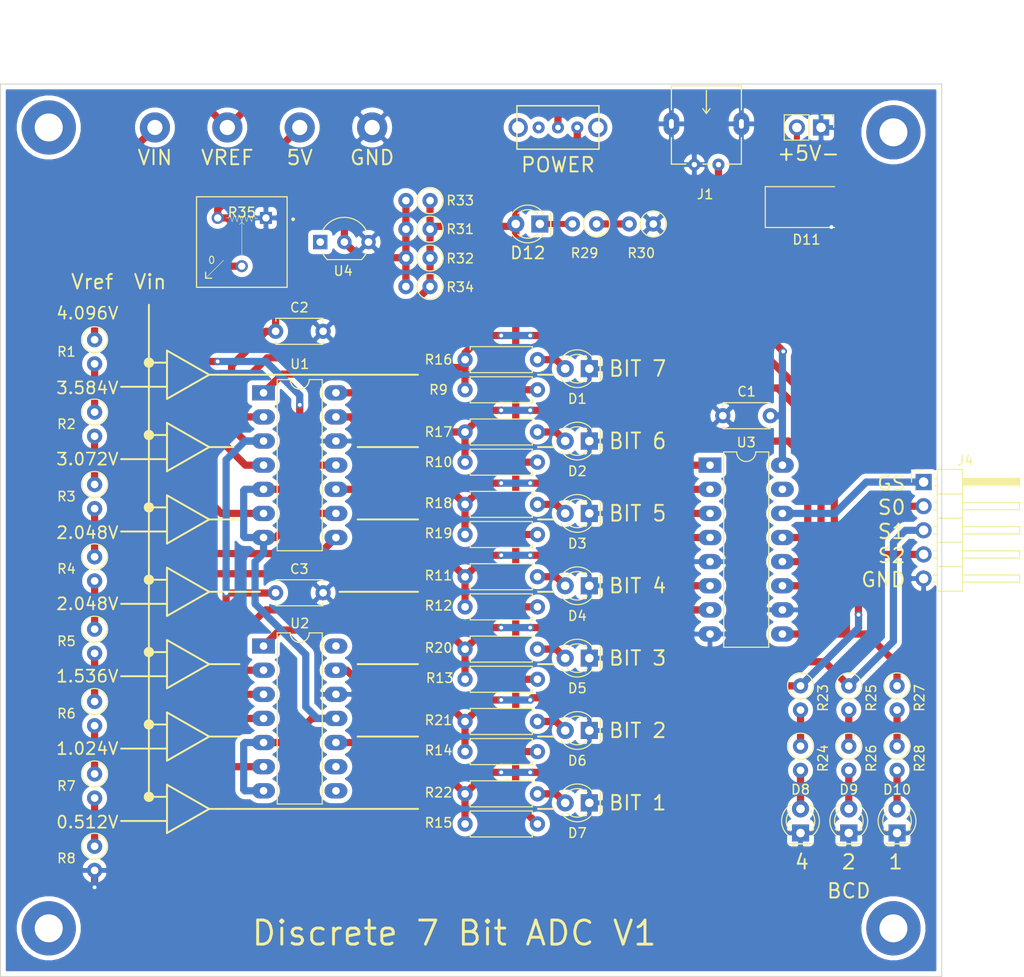
<source format=kicad_pcb>
(kicad_pcb (version 20171130) (host pcbnew "(5.1.9)-1")
  (layers (0 F.Cu signal) (31 B.Cu signal) (34 B.Paste user hide) (35 F.Paste user hide) (36 B.SilkS user hide) (37 F.SilkS user) (38 B.Mask user hide) (39 F.Mask user hide) (44 Edge.Cuts user))
  (net 0 "")
  (net 1 GND)
  (net 2 "Net-(D11-Pad1)")
  (net 3 "Net-(D12-Pad1)")
  (net 4 "Net-(R1-Pad2)")
  (net 5 +5V)
  (net 6 "Net-(R15-Pad2)")
  (net 7 "Net-(R16-Pad1)")
  (net 8 VREF)
  (net 9 "Net-(R2-Pad2)")
  (net 10 "Net-(R4-Pad2)")
  (net 11 "Net-(R12-Pad2)")
  (net 12 "Net-(R13-Pad2)")
  (net 13 "Net-(R3-Pad2)")
  (net 14 "Net-(R5-Pad2)")
  (net 15 "Net-(R11-Pad2)")
  (net 16 "Net-(R14-Pad2)")
  (net 17 "Net-(R10-Pad2)")
  (net 18 "Net-(R6-Pad2)")
  (net 19 "Net-(R7-Pad2)")
  (net 20 VIN)
  (net 21 /S2)
  (net 22 /S1)
  (net 23 /S0)
  (net 24 "Net-(D1-Pad2)")
  (net 25 "Net-(D2-Pad2)")
  (net 26 "Net-(D3-Pad2)")
  (net 27 "Net-(D4-Pad2)")
  (net 28 "Net-(D5-Pad2)")
  (net 29 "Net-(D6-Pad2)")
  (net 30 "Net-(D7-Pad2)")
  (net 31 "Net-(D8-Pad2)")
  (net 32 "Net-(D9-Pad2)")
  (net 33 "Net-(D10-Pad2)")
  (net 34 "Net-(R23-Pad2)")
  (net 35 "Net-(R25-Pad2)")
  (net 36 "Net-(R27-Pad2)")
  (net 37 "Net-(R29-Pad1)")
  (net 38 GS)
  (module "Rays Footprints:Bourns-3310Y-xxx-xxxx" (layer F.Cu) (at 99.06 62.357)
    (fp_text reference R35 (at 0 -5.654235) (layer F.SilkS) (effects (font (size 1.016 1.016) (thickness 0.1524))))
    (fp_text value Bourns-3310Y-xxx-xxxx)
    (fp_text user 0 (at -3.175 -0.635 180) (layer F.SilkS) (effects (font (size 0.762 0.762) (thickness 0.1016))))
    (pad 3 thru_hole circle (at -2.54 -5.08 180) (size 1.268 1.268) (drill 0.76) (layers *.Cu *.Mask) (net 5 +5V))
    (pad 2 thru_hole circle (at 0 0 180) (size 1.268 1.268) (drill 0.76) (layers *.Cu *.Mask) (net 20 VIN))
    (pad 1 thru_hole rect (at 2.54 -5.08 180) (size 1.268 1.268) (drill 0.76) (layers *.Cu *.Mask) (net 1 GND))
  )
  (module "Rays Footprints:USB Micro-B Power Only" (layer F.Cu) (at 147.955 47.5488)
    (fp_text reference J1 (at -0.127 7.239 180) (layer F.SilkS) (effects (font (size 1.016 1.016) (thickness 0.1524))))
    (fp_text value USB-Micro-B-Power-Only)
    (pad 3 thru_hole oval (at 1.27 4.1148) (size 1.27 1.27) (drill 0.5588) (layers *.Cu *.Mask) (net 2 "Net-(D11-Pad1)"))
    (pad 4 thru_hole oval (at -1.27 4.1148) (size 1.27 1.27) (drill 0.5588) (layers *.Cu *.Mask) (net 1 GND))
    (pad 2 thru_hole oval (at 3.683 -0.1778) (size 1.651 2.413) (drill oval 0.508 1.016) (layers *.Cu *.Mask) (net 1 GND))
    (pad 1 thru_hole oval (at -3.683 -0.1778) (size 1.651 2.413) (drill oval 0.508 1.016) (layers *.Cu *.Mask) (net 1 GND))
  )
  (module "Rays Footprints:Keystone-5005" (layer F.Cu) (at 89.916 47.752 90)
    (fp_text reference MTH5 hide)
    (fp_text value "Mount Hole")
    (pad 1 thru_hole circle (at 0 0 90) (size 3.175 3.175) (drill 1.6002) (layers *.Cu *.Mask) (net 20 VIN))
  )
  (module "Rays Footprints:Keystone-5005" (layer F.Cu) (at 112.776 47.752 90)
    (fp_text reference MTH6 hide)
    (fp_text value "Mount Hole")
    (pad 1 thru_hole circle (at 0 0 90) (size 3.175 3.175) (drill 1.6002) (layers *.Cu *.Mask) (net 1 GND))
  )
  (module "Rays Footprints:Keystone-5005" (layer F.Cu) (at 105.156 47.752 90)
    (fp_text reference MTH7 hide)
    (fp_text value "Mount Hole")
    (pad 1 thru_hole circle (at 0 0 90) (size 3.175 3.175) (drill 1.6002) (layers *.Cu *.Mask) (net 5 +5V))
  )
  (module "Rays Footprints:Keystone-5005" (layer F.Cu) (at 97.536 47.752 90)
    (fp_text reference MTH8 hide)
    (fp_text value "Mount Hole")
    (pad 1 thru_hole circle (at 0 0 90) (size 3.175 3.175) (drill 1.6002) (layers *.Cu *.Mask) (net 8 VREF))
  )
  (module "Rays Footprints:LED_D3.0mm" (layer F.Cu) (at 130.429 57.912 180)
    (fp_text reference D12 (at 1.27 -3.048) (layer F.SilkS) (effects (font (size 1.27 1.27) (thickness 0.1778))))
    (fp_text value LED)
    (pad 2 thru_hole circle (at 2.54 0 180) (size 1.8 1.8) (drill 0.9) (layers *.Cu *.Mask) (net 5 +5V))
    (pad 1 thru_hole rect (at 0 0 180) (size 1.8 1.8) (drill 0.9) (layers *.Cu *.Mask) (net 3 "Net-(D12-Pad1)"))
  )
  (module "Rays Footprints:Mount-Hole-#4" (layer F.Cu) (at 78.74 47.752)
    (fp_text reference MTH1 hide)
    (fp_text value "Mount Hole")
    (pad 1 thru_hole circle (at 0 0) (size 5.715 5.715) (drill 2.9464) (layers *.Cu *.Mask))
  )
  (module "Rays Footprints:Mount-Hole-#4" (layer F.Cu) (at 167.64 48.26)
    (fp_text reference MTH2 hide)
    (fp_text value "Mount Hole")
    (pad 1 thru_hole circle (at 0 0) (size 5.715 5.715) (drill 2.9464) (layers *.Cu *.Mask))
  )
  (module "Rays Footprints:Mount-Hole-#4" (layer F.Cu) (at 167.64 132.08)
    (fp_text reference MTH4 hide)
    (fp_text value "Mount Hole")
    (pad 1 thru_hole circle (at 0 0) (size 5.715 5.715) (drill 2.9464) (layers *.Cu *.Mask))
  )
  (module "Rays Footprints:KM-SPDT-Slide" (layer F.Cu) (at 132.334 47.752)
    (fp_text reference SW1 hide)
    (fp_text value SW_SPDT)
    (pad 1 thru_hole circle (at -2.032 0) (size 1.27 1.27) (drill 0.5842) (layers *.Cu *.Mask))
    (pad 2 thru_hole circle (at 0 0) (size 1.27 1.27) (drill 0.5842) (layers *.Cu *.Mask) (net 2 "Net-(D11-Pad1)"))
    (pad 3 thru_hole circle (at 2.032 0) (size 1.27 1.27) (drill 0.5842) (layers *.Cu *.Mask) (net 5 +5V))
    (pad 4 thru_hole circle (at -4.191 0) (size 2.032 2.032) (drill 1.27) (layers *.Cu *.Mask))
    (pad 4 thru_hole circle (at 4.191 0) (size 2.032 2.032) (drill 1.27) (layers *.Cu *.Mask))
  )
  (module "Rays Footprints:D_SMB_Handsoldering" (layer F.Cu) (at 158.75 56.134)
    (fp_text reference D11 (at -0.254 3.429) (layer F.SilkS) (effects (font (size 1.016 1.016) (thickness 0.1524))))
    (fp_text value D)
    (pad 1 smd rect (at -2.3 0) (size 2.7 2.3) (layers F.Cu F.Paste F.Mask) (net 2 "Net-(D11-Pad1)"))
    (pad 2 smd rect (at 2.3 0) (size 2.7 2.3) (layers F.Cu F.Paste F.Mask) (net 1 GND))
  )
  (module Pin_Headers:Pin_Header_Straight_1x02_Pitch2.54mm (layer F.Cu) (at 160.02 47.752 270)
    (fp_text reference TP1 hide)
    (fp_text value VCC)
    (pad 2 thru_hole oval (at 0 2.54 270) (size 1.7 1.7) (drill 1) (layers *.Cu *.Mask) (net 2 "Net-(D11-Pad1)"))
    (pad 1 thru_hole rect (at 0 0 270) (size 1.7 1.7) (drill 1) (layers *.Cu *.Mask) (net 1 GND))
  )
  (module "Rays Footprints:Mount-Hole-#4" (layer F.Cu) (at 78.74 132.08)
    (fp_text reference MTH3 hide)
    (fp_text value "Mount Hole")
    (pad 1 thru_hole circle (at 0 0) (size 5.715 5.715) (drill 2.9464) (layers *.Cu *.Mask))
  )
  (module "Rays Footprints:LED_D3.0mm" (layer F.Cu) (at 135.636 73.152 180)
    (fp_text reference D1 (at 1.27 -3.175) (layer F.SilkS) (effects (font (size 1.016 1.016) (thickness 0.1524))))
    (fp_text value LED)
    (pad 2 thru_hole circle (at 2.54 0 180) (size 1.8 1.8) (drill 0.9) (layers *.Cu *.Mask) (net 24 "Net-(D1-Pad2)"))
    (pad 1 thru_hole rect (at 0 0 180) (size 1.8 1.8) (drill 0.9) (layers *.Cu *.Mask) (net 1 GND))
  )
  (module "Rays Footprints:LED_D3.0mm" (layer F.Cu) (at 135.636 80.772 180)
    (fp_text reference D2 (at 1.27 -3.175) (layer F.SilkS) (effects (font (size 1.016 1.016) (thickness 0.1524))))
    (fp_text value LED)
    (pad 1 thru_hole rect (at 0 0 180) (size 1.8 1.8) (drill 0.9) (layers *.Cu *.Mask) (net 1 GND))
    (pad 2 thru_hole circle (at 2.54 0 180) (size 1.8 1.8) (drill 0.9) (layers *.Cu *.Mask) (net 25 "Net-(D2-Pad2)"))
  )
  (module "Rays Footprints:LED_D3.0mm" (layer F.Cu) (at 135.636 88.392 180)
    (fp_text reference D3 (at 1.27 -3.175) (layer F.SilkS) (effects (font (size 1.016 1.016) (thickness 0.1524))))
    (fp_text value LED)
    (pad 1 thru_hole rect (at 0 0 180) (size 1.8 1.8) (drill 0.9) (layers *.Cu *.Mask) (net 1 GND))
    (pad 2 thru_hole circle (at 2.54 0 180) (size 1.8 1.8) (drill 0.9) (layers *.Cu *.Mask) (net 26 "Net-(D3-Pad2)"))
  )
  (module "Rays Footprints:LED_D3.0mm" (layer F.Cu) (at 135.636 96.012 180)
    (fp_text reference D4 (at 1.27 -3.175) (layer F.SilkS) (effects (font (size 1.016 1.016) (thickness 0.1524))))
    (fp_text value LED)
    (pad 2 thru_hole circle (at 2.54 0 180) (size 1.8 1.8) (drill 0.9) (layers *.Cu *.Mask) (net 27 "Net-(D4-Pad2)"))
    (pad 1 thru_hole rect (at 0 0 180) (size 1.8 1.8) (drill 0.9) (layers *.Cu *.Mask) (net 1 GND))
  )
  (module "Rays Footprints:LED_D3.0mm" (layer F.Cu) (at 157.861 122.047 90)
    (fp_text reference D8 (at 4.572 0 180) (layer F.SilkS) (effects (font (size 1.016 1.016) (thickness 0.1524))))
    (fp_text value LED)
    (pad 2 thru_hole circle (at 2.54 0 90) (size 1.8 1.8) (drill 0.9) (layers *.Cu *.Mask) (net 31 "Net-(D8-Pad2)"))
    (pad 1 thru_hole rect (at 0 0 90) (size 1.8 1.8) (drill 0.9) (layers *.Cu *.Mask) (net 1 GND))
  )
  (module "Rays Footprints:LED_D3.0mm" (layer F.Cu) (at 162.941 122.047 90)
    (fp_text reference D9 (at 4.572 0 180) (layer F.SilkS) (effects (font (size 1.016 1.016) (thickness 0.1524))))
    (fp_text value LED)
    (pad 1 thru_hole rect (at 0 0 90) (size 1.8 1.8) (drill 0.9) (layers *.Cu *.Mask) (net 1 GND))
    (pad 2 thru_hole circle (at 2.54 0 90) (size 1.8 1.8) (drill 0.9) (layers *.Cu *.Mask) (net 32 "Net-(D9-Pad2)"))
  )
  (module "Rays Footprints:LED_D3.0mm" (layer F.Cu) (at 168.021 122.047 90)
    (fp_text reference D10 (at 4.572 0 180) (layer F.SilkS) (effects (font (size 1.016 1.016) (thickness 0.1524))))
    (fp_text value LED)
    (pad 2 thru_hole circle (at 2.54 0 90) (size 1.8 1.8) (drill 0.9) (layers *.Cu *.Mask) (net 33 "Net-(D10-Pad2)"))
    (pad 1 thru_hole rect (at 0 0 90) (size 1.8 1.8) (drill 0.9) (layers *.Cu *.Mask) (net 1 GND))
  )
  (module "Rays Footprints:LED_D3.0mm" (layer F.Cu) (at 135.636 103.632 180)
    (fp_text reference D5 (at 1.27 -3.175) (layer F.SilkS) (effects (font (size 1.016 1.016) (thickness 0.1524))))
    (fp_text value LED)
    (pad 1 thru_hole rect (at 0 0 180) (size 1.8 1.8) (drill 0.9) (layers *.Cu *.Mask) (net 1 GND))
    (pad 2 thru_hole circle (at 2.54 0 180) (size 1.8 1.8) (drill 0.9) (layers *.Cu *.Mask) (net 28 "Net-(D5-Pad2)"))
  )
  (module "Rays Footprints:LED_D3.0mm" (layer F.Cu) (at 135.636 111.252 180)
    (fp_text reference D6 (at 1.27 -3.175) (layer F.SilkS) (effects (font (size 1.016 1.016) (thickness 0.1524))))
    (fp_text value LED)
    (pad 2 thru_hole circle (at 2.54 0 180) (size 1.8 1.8) (drill 0.9) (layers *.Cu *.Mask) (net 29 "Net-(D6-Pad2)"))
    (pad 1 thru_hole rect (at 0 0 180) (size 1.8 1.8) (drill 0.9) (layers *.Cu *.Mask) (net 1 GND))
  )
  (module "Rays Footprints:LED_D3.0mm" (layer F.Cu) (at 135.636 118.872 180)
    (fp_text reference D7 (at 1.27 -3.175) (layer F.SilkS) (effects (font (size 1.016 1.016) (thickness 0.1524))))
    (fp_text value LED)
    (pad 1 thru_hole rect (at 0 0 180) (size 1.8 1.8) (drill 0.9) (layers *.Cu *.Mask) (net 1 GND))
    (pad 2 thru_hole circle (at 2.54 0 180) (size 1.8 1.8) (drill 0.9) (layers *.Cu *.Mask) (net 30 "Net-(D7-Pad2)"))
  )
  (module Housings_DIP:DIP-14_W7.62mm_LongPads (layer F.Cu) (at 101.346 75.692)
    (fp_text reference U1 (at 3.81 -3.025) (layer F.SilkS))
    (fp_text value LM339)
    (pad 14 thru_hole oval (at 7.62 0) (size 2.4 1.6) (drill 0.8) (layers *.Cu *.Mask) (net 15 "Net-(R11-Pad2)"))
    (pad 7 thru_hole oval (at 0 15.24) (size 2.4 1.6) (drill 0.8) (layers *.Cu *.Mask) (net 20 VIN))
    (pad 13 thru_hole oval (at 7.62 2.54) (size 2.4 1.6) (drill 0.8) (layers *.Cu *.Mask) (net 11 "Net-(R12-Pad2)"))
    (pad 6 thru_hole oval (at 0 12.7) (size 2.4 1.6) (drill 0.8) (layers *.Cu *.Mask) (net 9 "Net-(R2-Pad2)"))
    (pad 12 thru_hole oval (at 7.62 5.08) (size 2.4 1.6) (drill 0.8) (layers *.Cu *.Mask) (net 1 GND))
    (pad 5 thru_hole oval (at 0 10.16) (size 2.4 1.6) (drill 0.8) (layers *.Cu *.Mask) (net 20 VIN))
    (pad 11 thru_hole oval (at 7.62 7.62) (size 2.4 1.6) (drill 0.8) (layers *.Cu *.Mask) (net 20 VIN))
    (pad 4 thru_hole oval (at 0 7.62) (size 2.4 1.6) (drill 0.8) (layers *.Cu *.Mask) (net 4 "Net-(R1-Pad2)"))
    (pad 10 thru_hole oval (at 7.62 10.16) (size 2.4 1.6) (drill 0.8) (layers *.Cu *.Mask) (net 10 "Net-(R4-Pad2)"))
    (pad 3 thru_hole oval (at 0 5.08) (size 2.4 1.6) (drill 0.8) (layers *.Cu *.Mask) (net 5 +5V))
    (pad 9 thru_hole oval (at 7.62 12.7) (size 2.4 1.6) (drill 0.8) (layers *.Cu *.Mask) (net 20 VIN))
    (pad 2 thru_hole oval (at 0 2.54) (size 2.4 1.6) (drill 0.8) (layers *.Cu *.Mask) (net 7 "Net-(R16-Pad1)"))
    (pad 8 thru_hole oval (at 7.62 15.24) (size 2.4 1.6) (drill 0.8) (layers *.Cu *.Mask) (net 13 "Net-(R3-Pad2)"))
    (pad 1 thru_hole rect (at 0 0) (size 2.4 1.6) (drill 0.8) (layers *.Cu *.Mask) (net 17 "Net-(R10-Pad2)"))
  )
  (module Housings_DIP:DIP-14_W7.62mm_LongPads (layer F.Cu) (at 101.346 102.362)
    (fp_text reference U2 (at 3.81 -2.39) (layer F.SilkS))
    (fp_text value LM339)
    (pad 1 thru_hole rect (at 0 0) (size 2.4 1.6) (drill 0.8) (layers *.Cu *.Mask) (net 16 "Net-(R14-Pad2)"))
    (pad 8 thru_hole oval (at 7.62 15.24) (size 2.4 1.6) (drill 0.8) (layers *.Cu *.Mask))
    (pad 2 thru_hole oval (at 0 2.54) (size 2.4 1.6) (drill 0.8) (layers *.Cu *.Mask) (net 12 "Net-(R13-Pad2)"))
    (pad 9 thru_hole oval (at 7.62 12.7) (size 2.4 1.6) (drill 0.8) (layers *.Cu *.Mask))
    (pad 3 thru_hole oval (at 0 5.08) (size 2.4 1.6) (drill 0.8) (layers *.Cu *.Mask) (net 5 +5V))
    (pad 10 thru_hole oval (at 7.62 10.16) (size 2.4 1.6) (drill 0.8) (layers *.Cu *.Mask) (net 19 "Net-(R7-Pad2)"))
    (pad 4 thru_hole oval (at 0 7.62) (size 2.4 1.6) (drill 0.8) (layers *.Cu *.Mask) (net 14 "Net-(R5-Pad2)"))
    (pad 11 thru_hole oval (at 7.62 7.62) (size 2.4 1.6) (drill 0.8) (layers *.Cu *.Mask) (net 20 VIN))
    (pad 5 thru_hole oval (at 0 10.16) (size 2.4 1.6) (drill 0.8) (layers *.Cu *.Mask) (net 20 VIN))
    (pad 12 thru_hole oval (at 7.62 5.08) (size 2.4 1.6) (drill 0.8) (layers *.Cu *.Mask) (net 1 GND))
    (pad 6 thru_hole oval (at 0 12.7) (size 2.4 1.6) (drill 0.8) (layers *.Cu *.Mask) (net 18 "Net-(R6-Pad2)"))
    (pad 13 thru_hole oval (at 7.62 2.54) (size 2.4 1.6) (drill 0.8) (layers *.Cu *.Mask) (net 6 "Net-(R15-Pad2)"))
    (pad 7 thru_hole oval (at 0 15.24) (size 2.4 1.6) (drill 0.8) (layers *.Cu *.Mask) (net 20 VIN))
    (pad 14 thru_hole oval (at 7.62 0) (size 2.4 1.6) (drill 0.8) (layers *.Cu *.Mask))
  )
  (module TO_SOT_Packages_THT:TO-92_Inline_Wide (layer F.Cu) (at 107.315 59.817)
    (fp_text reference U4 (at 2.413 3.048 180) (layer F.SilkS))
    (fp_text value LM4030)
    (pad 2 thru_hole circle (at 2.54 0 90) (size 1.52 1.52) (drill 0.8) (layers *.Cu *.Mask) (net 8 VREF))
    (pad 3 thru_hole circle (at 5.08 0 90) (size 1.52 1.52) (drill 0.8) (layers *.Cu *.Mask) (net 1 GND))
    (pad 1 thru_hole rect (at 0 0 90) (size 1.52 1.52) (drill 0.8) (layers *.Cu *.Mask))
  )
  (module Housings_DIP:DIP-16_W7.62mm_LongPads (layer F.Cu) (at 148.336 83.312)
    (fp_text reference U3 (at 3.81 -2.39) (layer F.SilkS))
    (fp_text value 74LS148)
    (pad 1 thru_hole rect (at 0 0) (size 2.4 1.6) (drill 0.8) (layers *.Cu *.Mask) (net 11 "Net-(R12-Pad2)"))
    (pad 9 thru_hole oval (at 7.62 17.78) (size 2.4 1.6) (drill 0.8) (layers *.Cu *.Mask) (net 23 /S0))
    (pad 2 thru_hole oval (at 0 2.54) (size 2.4 1.6) (drill 0.8) (layers *.Cu *.Mask) (net 12 "Net-(R13-Pad2)"))
    (pad 10 thru_hole oval (at 7.62 15.24) (size 2.4 1.6) (drill 0.8) (layers *.Cu *.Mask) (net 1 GND))
    (pad 3 thru_hole oval (at 0 5.08) (size 2.4 1.6) (drill 0.8) (layers *.Cu *.Mask) (net 16 "Net-(R14-Pad2)"))
    (pad 11 thru_hole oval (at 7.62 12.7) (size 2.4 1.6) (drill 0.8) (layers *.Cu *.Mask) (net 7 "Net-(R16-Pad1)"))
    (pad 4 thru_hole oval (at 0 7.62) (size 2.4 1.6) (drill 0.8) (layers *.Cu *.Mask) (net 6 "Net-(R15-Pad2)"))
    (pad 12 thru_hole oval (at 7.62 10.16) (size 2.4 1.6) (drill 0.8) (layers *.Cu *.Mask) (net 17 "Net-(R10-Pad2)"))
    (pad 5 thru_hole oval (at 0 10.16) (size 2.4 1.6) (drill 0.8) (layers *.Cu *.Mask) (net 1 GND))
    (pad 13 thru_hole oval (at 7.62 7.62) (size 2.4 1.6) (drill 0.8) (layers *.Cu *.Mask) (net 15 "Net-(R11-Pad2)"))
    (pad 6 thru_hole oval (at 0 12.7) (size 2.4 1.6) (drill 0.8) (layers *.Cu *.Mask) (net 21 /S2))
    (pad 14 thru_hole oval (at 7.62 5.08) (size 2.4 1.6) (drill 0.8) (layers *.Cu *.Mask) (net 38 GS))
    (pad 7 thru_hole oval (at 0 15.24) (size 2.4 1.6) (drill 0.8) (layers *.Cu *.Mask) (net 22 /S1))
    (pad 15 thru_hole oval (at 7.62 2.54) (size 2.4 1.6) (drill 0.8) (layers *.Cu *.Mask))
    (pad 8 thru_hole oval (at 0 17.78) (size 2.4 1.6) (drill 0.8) (layers *.Cu *.Mask) (net 1 GND))
    (pad 16 thru_hole oval (at 7.62 0) (size 2.4 1.6) (drill 0.8) (layers *.Cu *.Mask) (net 5 +5V))
  )
  (module Resistor_THT:R_Axial_DIN0207_L6.3mm_D2.5mm_P2.54mm_Vertical (layer F.Cu) (at 83.566 70.104 270)
    (fp_text reference R1 (at 1.27 2.964 180) (layer F.SilkS))
    (fp_text value 4.7k)
    (pad 2 thru_hole oval (at 2.54 0 270) (size 1.6 1.6) (drill 0.8) (layers *.Cu *.Mask) (net 4 "Net-(R1-Pad2)"))
    (pad 1 thru_hole circle (at 0 0 270) (size 1.6 1.6) (drill 0.8) (layers *.Cu *.Mask) (net 8 VREF))
  )
  (module Resistor_THT:R_Axial_DIN0207_L6.3mm_D2.5mm_P2.54mm_Vertical (layer F.Cu) (at 83.566 77.724 270)
    (fp_text reference R2 (at 1.27 2.964 180) (layer F.SilkS))
    (fp_text value 4.7k)
    (pad 2 thru_hole oval (at 2.54 0 270) (size 1.6 1.6) (drill 0.8) (layers *.Cu *.Mask) (net 9 "Net-(R2-Pad2)"))
    (pad 1 thru_hole circle (at 0 0 270) (size 1.6 1.6) (drill 0.8) (layers *.Cu *.Mask) (net 4 "Net-(R1-Pad2)"))
  )
  (module Resistor_THT:R_Axial_DIN0207_L6.3mm_D2.5mm_P2.54mm_Vertical (layer F.Cu) (at 83.566 85.344 270)
    (fp_text reference R3 (at 1.27 2.964 180) (layer F.SilkS))
    (fp_text value 4.7k)
    (pad 2 thru_hole oval (at 2.54 0 270) (size 1.6 1.6) (drill 0.8) (layers *.Cu *.Mask) (net 13 "Net-(R3-Pad2)"))
    (pad 1 thru_hole circle (at 0 0 270) (size 1.6 1.6) (drill 0.8) (layers *.Cu *.Mask) (net 9 "Net-(R2-Pad2)"))
  )
  (module Resistor_THT:R_Axial_DIN0207_L6.3mm_D2.5mm_P2.54mm_Vertical (layer F.Cu) (at 83.566 92.964 270)
    (fp_text reference R4 (at 1.27 2.964 180) (layer F.SilkS))
    (fp_text value 4.7k)
    (pad 1 thru_hole circle (at 0 0 270) (size 1.6 1.6) (drill 0.8) (layers *.Cu *.Mask) (net 13 "Net-(R3-Pad2)"))
    (pad 2 thru_hole oval (at 2.54 0 270) (size 1.6 1.6) (drill 0.8) (layers *.Cu *.Mask) (net 10 "Net-(R4-Pad2)"))
  )
  (module Resistor_THT:R_Axial_DIN0207_L6.3mm_D2.5mm_P2.54mm_Vertical (layer F.Cu) (at 83.566 100.584 270)
    (fp_text reference R5 (at 1.27 2.964 180) (layer F.SilkS))
    (fp_text value 4.7k)
    (pad 1 thru_hole circle (at 0 0 270) (size 1.6 1.6) (drill 0.8) (layers *.Cu *.Mask) (net 10 "Net-(R4-Pad2)"))
    (pad 2 thru_hole oval (at 2.54 0 270) (size 1.6 1.6) (drill 0.8) (layers *.Cu *.Mask) (net 14 "Net-(R5-Pad2)"))
  )
  (module Resistor_THT:R_Axial_DIN0207_L6.3mm_D2.5mm_P2.54mm_Vertical (layer F.Cu) (at 83.566 108.204 270)
    (fp_text reference R6 (at 1.27 2.964 180) (layer F.SilkS))
    (fp_text value 4.7k)
    (pad 2 thru_hole oval (at 2.54 0 270) (size 1.6 1.6) (drill 0.8) (layers *.Cu *.Mask) (net 18 "Net-(R6-Pad2)"))
    (pad 1 thru_hole circle (at 0 0 270) (size 1.6 1.6) (drill 0.8) (layers *.Cu *.Mask) (net 14 "Net-(R5-Pad2)"))
  )
  (module Resistor_THT:R_Axial_DIN0207_L6.3mm_D2.5mm_P2.54mm_Vertical (layer F.Cu) (at 83.566 115.824 270)
    (fp_text reference R7 (at 1.27 2.964 180) (layer F.SilkS))
    (fp_text value 4.7k)
    (pad 1 thru_hole circle (at 0 0 270) (size 1.6 1.6) (drill 0.8) (layers *.Cu *.Mask) (net 18 "Net-(R6-Pad2)"))
    (pad 2 thru_hole oval (at 2.54 0 270) (size 1.6 1.6) (drill 0.8) (layers *.Cu *.Mask) (net 19 "Net-(R7-Pad2)"))
  )
  (module Resistor_THT:R_Axial_DIN0207_L6.3mm_D2.5mm_P2.54mm_Vertical (layer F.Cu) (at 83.566 123.444 270)
    (fp_text reference R8 (at 1.27 2.964 180) (layer F.SilkS))
    (fp_text value 4.7k)
    (pad 1 thru_hole circle (at 0 0 270) (size 1.6 1.6) (drill 0.8) (layers *.Cu *.Mask) (net 19 "Net-(R7-Pad2)"))
    (pad 2 thru_hole oval (at 2.54 0 270) (size 1.6 1.6) (drill 0.8) (layers *.Cu *.Mask) (net 1 GND))
  )
  (module Resistor_THT:R_Axial_DIN0207_L6.3mm_D2.5mm_P2.54mm_Vertical (layer F.Cu) (at 157.861 106.553 270)
    (fp_text reference R23 (at 1.27 -2.37 90) (layer F.SilkS))
    (fp_text value 4.7k)
    (pad 1 thru_hole circle (at 0 0 270) (size 1.6 1.6) (drill 0.8) (layers *.Cu *.Mask) (net 21 /S2))
    (pad 2 thru_hole oval (at 2.54 0 270) (size 1.6 1.6) (drill 0.8) (layers *.Cu *.Mask) (net 34 "Net-(R23-Pad2)"))
  )
  (module Resistor_THT:R_Axial_DIN0207_L6.3mm_D2.5mm_P2.54mm_Vertical (layer F.Cu) (at 162.941 106.553 270)
    (fp_text reference R25 (at 1.27 -2.37 90) (layer F.SilkS))
    (fp_text value 4.7k)
    (pad 2 thru_hole oval (at 2.54 0 270) (size 1.6 1.6) (drill 0.8) (layers *.Cu *.Mask) (net 35 "Net-(R25-Pad2)"))
    (pad 1 thru_hole circle (at 0 0 270) (size 1.6 1.6) (drill 0.8) (layers *.Cu *.Mask) (net 22 /S1))
  )
  (module Resistor_THT:R_Axial_DIN0207_L6.3mm_D2.5mm_P2.54mm_Vertical (layer F.Cu) (at 168.021 106.553 270)
    (fp_text reference R27 (at 1.27 -2.37 90) (layer F.SilkS))
    (fp_text value 4.7k)
    (pad 1 thru_hole circle (at 0 0 270) (size 1.6 1.6) (drill 0.8) (layers *.Cu *.Mask) (net 23 /S0))
    (pad 2 thru_hole oval (at 2.54 0 270) (size 1.6 1.6) (drill 0.8) (layers *.Cu *.Mask) (net 36 "Net-(R27-Pad2)"))
  )
  (module Resistor_THT:R_Axial_DIN0207_L6.3mm_D2.5mm_P2.54mm_Vertical (layer F.Cu) (at 136.398 57.912 180)
    (fp_text reference R29 (at 1.27 -3.0685) (layer F.SilkS))
    (fp_text value 4.7k)
    (pad 1 thru_hole circle (at 0 0 180) (size 1.6 1.6) (drill 0.8) (layers *.Cu *.Mask) (net 37 "Net-(R29-Pad1)"))
    (pad 2 thru_hole oval (at 2.54 0 180) (size 1.6 1.6) (drill 0.8) (layers *.Cu *.Mask) (net 3 "Net-(D12-Pad1)"))
  )
  (module Resistor_THT:R_Axial_DIN0207_L6.3mm_D2.5mm_P2.54mm_Vertical (layer F.Cu) (at 118.872 55.4482 180)
    (fp_text reference R33 (at -3.175 0) (layer F.SilkS))
    (fp_text value 4.7k)
    (pad 2 thru_hole oval (at 2.54 0 180) (size 1.6 1.6) (drill 0.8) (layers *.Cu *.Mask) (net 8 VREF))
    (pad 1 thru_hole circle (at 0 0 180) (size 1.6 1.6) (drill 0.8) (layers *.Cu *.Mask) (net 5 +5V))
  )
  (module Resistor_THT:R_Axial_DIN0207_L6.3mm_D2.5mm_P2.54mm_Vertical (layer F.Cu) (at 157.861 112.903 270)
    (fp_text reference R24 (at 1.27 -2.37 90) (layer F.SilkS))
    (fp_text value 4.7k)
    (pad 2 thru_hole oval (at 2.54 0 270) (size 1.6 1.6) (drill 0.8) (layers *.Cu *.Mask) (net 31 "Net-(D8-Pad2)"))
    (pad 1 thru_hole circle (at 0 0 270) (size 1.6 1.6) (drill 0.8) (layers *.Cu *.Mask) (net 34 "Net-(R23-Pad2)"))
  )
  (module Resistor_THT:R_Axial_DIN0207_L6.3mm_D2.5mm_P2.54mm_Vertical (layer F.Cu) (at 162.941 112.903 270)
    (fp_text reference R26 (at 1.27 -2.37 90) (layer F.SilkS))
    (fp_text value 4.7k)
    (pad 1 thru_hole circle (at 0 0 270) (size 1.6 1.6) (drill 0.8) (layers *.Cu *.Mask) (net 35 "Net-(R25-Pad2)"))
    (pad 2 thru_hole oval (at 2.54 0 270) (size 1.6 1.6) (drill 0.8) (layers *.Cu *.Mask) (net 32 "Net-(D9-Pad2)"))
  )
  (module Resistor_THT:R_Axial_DIN0207_L6.3mm_D2.5mm_P2.54mm_Vertical (layer F.Cu) (at 168.021 112.903 270)
    (fp_text reference R28 (at 1.27 -2.37 90) (layer F.SilkS))
    (fp_text value 4.7k)
    (pad 2 thru_hole oval (at 2.54 0 270) (size 1.6 1.6) (drill 0.8) (layers *.Cu *.Mask) (net 33 "Net-(D10-Pad2)"))
    (pad 1 thru_hole circle (at 0 0 270) (size 1.6 1.6) (drill 0.8) (layers *.Cu *.Mask) (net 36 "Net-(R27-Pad2)"))
  )
  (module Resistor_THT:R_Axial_DIN0207_L6.3mm_D2.5mm_P2.54mm_Vertical (layer F.Cu) (at 142.367 57.912 180)
    (fp_text reference R30 (at 1.27 -3.0685) (layer F.SilkS))
    (fp_text value 4.7k)
    (pad 1 thru_hole circle (at 0 0 180) (size 1.6 1.6) (drill 0.8) (layers *.Cu *.Mask) (net 1 GND))
    (pad 2 thru_hole oval (at 2.54 0 180) (size 1.6 1.6) (drill 0.8) (layers *.Cu *.Mask) (net 37 "Net-(R29-Pad1)"))
  )
  (module Resistor_THT:R_Axial_DIN0207_L6.3mm_D2.5mm_P7.62mm_Horizontal (layer F.Cu) (at 130.175 75.3745 180)
    (fp_text reference R9 (at 10.414 0) (layer F.SilkS))
    (fp_text value 4.7k)
    (pad 1 thru_hole circle (at 0 0 180) (size 1.6 1.6) (drill 0.8) (layers *.Cu *.Mask) (net 5 +5V))
    (pad 2 thru_hole oval (at 7.62 0 180) (size 1.6 1.6) (drill 0.8) (layers *.Cu *.Mask) (net 7 "Net-(R16-Pad1)"))
  )
  (module Resistor_THT:R_Axial_DIN0207_L6.3mm_D2.5mm_P7.62mm_Horizontal (layer F.Cu) (at 130.175 82.9945 180)
    (fp_text reference R10 (at 10.414 0) (layer F.SilkS))
    (fp_text value 4.7k)
    (pad 2 thru_hole oval (at 7.62 0 180) (size 1.6 1.6) (drill 0.8) (layers *.Cu *.Mask) (net 17 "Net-(R10-Pad2)"))
    (pad 1 thru_hole circle (at 0 0 180) (size 1.6 1.6) (drill 0.8) (layers *.Cu *.Mask) (net 5 +5V))
  )
  (module Resistor_THT:R_Axial_DIN0207_L6.3mm_D2.5mm_P7.62mm_Horizontal (layer F.Cu) (at 122.555 72.1995)
    (fp_text reference R16 (at -2.794 0) (layer F.SilkS))
    (fp_text value 4.7k)
    (pad 1 thru_hole circle (at 0 0) (size 1.6 1.6) (drill 0.8) (layers *.Cu *.Mask) (net 7 "Net-(R16-Pad1)"))
    (pad 2 thru_hole oval (at 7.62 0) (size 1.6 1.6) (drill 0.8) (layers *.Cu *.Mask) (net 24 "Net-(D1-Pad2)"))
  )
  (module Resistor_THT:R_Axial_DIN0207_L6.3mm_D2.5mm_P7.62mm_Horizontal (layer F.Cu) (at 122.555 79.8195)
    (fp_text reference R17 (at -2.794 0) (layer F.SilkS))
    (fp_text value 4.7k)
    (pad 2 thru_hole oval (at 7.62 0) (size 1.6 1.6) (drill 0.8) (layers *.Cu *.Mask) (net 25 "Net-(D2-Pad2)"))
    (pad 1 thru_hole circle (at 0 0) (size 1.6 1.6) (drill 0.8) (layers *.Cu *.Mask) (net 17 "Net-(R10-Pad2)"))
  )
  (module Resistor_THT:R_Axial_DIN0207_L6.3mm_D2.5mm_P7.62mm_Horizontal (layer F.Cu) (at 122.555 87.4395)
    (fp_text reference R18 (at -2.794 -0.127) (layer F.SilkS))
    (fp_text value 4.7k)
    (pad 1 thru_hole circle (at 0 0) (size 1.6 1.6) (drill 0.8) (layers *.Cu *.Mask) (net 15 "Net-(R11-Pad2)"))
    (pad 2 thru_hole oval (at 7.62 0) (size 1.6 1.6) (drill 0.8) (layers *.Cu *.Mask) (net 26 "Net-(D3-Pad2)"))
  )
  (module Resistor_THT:R_Axial_DIN0207_L6.3mm_D2.5mm_P7.62mm_Horizontal (layer F.Cu) (at 122.555 95.0595)
    (fp_text reference R19 (at -2.794 -4.572) (layer F.SilkS))
    (fp_text value 4.7k)
    (pad 2 thru_hole oval (at 7.62 0) (size 1.6 1.6) (drill 0.8) (layers *.Cu *.Mask) (net 27 "Net-(D4-Pad2)"))
    (pad 1 thru_hole circle (at 0 0) (size 1.6 1.6) (drill 0.8) (layers *.Cu *.Mask) (net 11 "Net-(R12-Pad2)"))
  )
  (module Resistor_THT:R_Axial_DIN0207_L6.3mm_D2.5mm_P7.62mm_Horizontal (layer F.Cu) (at 122.555 102.6795)
    (fp_text reference R20 (at -2.794 -0.127) (layer F.SilkS))
    (fp_text value 4.7k)
    (pad 1 thru_hole circle (at 0 0) (size 1.6 1.6) (drill 0.8) (layers *.Cu *.Mask) (net 12 "Net-(R13-Pad2)"))
    (pad 2 thru_hole oval (at 7.62 0) (size 1.6 1.6) (drill 0.8) (layers *.Cu *.Mask) (net 28 "Net-(D5-Pad2)"))
  )
  (module Resistor_THT:R_Axial_DIN0207_L6.3mm_D2.5mm_P7.62mm_Horizontal (layer F.Cu) (at 122.555 110.2995)
    (fp_text reference R21 (at -2.794 -0.127) (layer F.SilkS))
    (fp_text value 4.7k)
    (pad 1 thru_hole circle (at 0 0) (size 1.6 1.6) (drill 0.8) (layers *.Cu *.Mask) (net 16 "Net-(R14-Pad2)"))
    (pad 2 thru_hole oval (at 7.62 0) (size 1.6 1.6) (drill 0.8) (layers *.Cu *.Mask) (net 29 "Net-(D6-Pad2)"))
  )
  (module Resistor_THT:R_Axial_DIN0207_L6.3mm_D2.5mm_P7.62mm_Horizontal (layer F.Cu) (at 122.555 117.9195)
    (fp_text reference R22 (at -2.794 -0.127) (layer F.SilkS))
    (fp_text value 4.7k)
    (pad 2 thru_hole oval (at 7.62 0) (size 1.6 1.6) (drill 0.8) (layers *.Cu *.Mask) (net 30 "Net-(D7-Pad2)"))
    (pad 1 thru_hole circle (at 0 0) (size 1.6 1.6) (drill 0.8) (layers *.Cu *.Mask) (net 6 "Net-(R15-Pad2)"))
  )
  (module Resistor_THT:R_Axial_DIN0207_L6.3mm_D2.5mm_P7.62mm_Horizontal (layer F.Cu) (at 130.175 90.6145 180)
    (fp_text reference R11 (at 10.414 -4.318) (layer F.SilkS))
    (fp_text value 4.7k)
    (pad 1 thru_hole circle (at 0 0 180) (size 1.6 1.6) (drill 0.8) (layers *.Cu *.Mask) (net 5 +5V))
    (pad 2 thru_hole oval (at 7.62 0 180) (size 1.6 1.6) (drill 0.8) (layers *.Cu *.Mask) (net 15 "Net-(R11-Pad2)"))
  )
  (module Resistor_THT:R_Axial_DIN0207_L6.3mm_D2.5mm_P7.62mm_Horizontal (layer F.Cu) (at 130.175 98.2345 180)
    (fp_text reference R12 (at 10.414 0.127) (layer F.SilkS))
    (fp_text value 4.7k)
    (pad 2 thru_hole oval (at 7.62 0 180) (size 1.6 1.6) (drill 0.8) (layers *.Cu *.Mask) (net 11 "Net-(R12-Pad2)"))
    (pad 1 thru_hole circle (at 0 0 180) (size 1.6 1.6) (drill 0.8) (layers *.Cu *.Mask) (net 5 +5V))
  )
  (module Resistor_THT:R_Axial_DIN0207_L6.3mm_D2.5mm_P7.62mm_Horizontal (layer F.Cu) (at 130.175 105.8545 180)
    (fp_text reference R13 (at 10.287 0.127) (layer F.SilkS))
    (fp_text value 4.7k)
    (pad 1 thru_hole circle (at 0 0 180) (size 1.6 1.6) (drill 0.8) (layers *.Cu *.Mask) (net 5 +5V))
    (pad 2 thru_hole oval (at 7.62 0 180) (size 1.6 1.6) (drill 0.8) (layers *.Cu *.Mask) (net 12 "Net-(R13-Pad2)"))
  )
  (module Resistor_THT:R_Axial_DIN0207_L6.3mm_D2.5mm_P7.62mm_Horizontal (layer F.Cu) (at 130.175 113.4745 180)
    (fp_text reference R14 (at 10.414 0.127) (layer F.SilkS))
    (fp_text value 4.7k)
    (pad 2 thru_hole oval (at 7.62 0 180) (size 1.6 1.6) (drill 0.8) (layers *.Cu *.Mask) (net 16 "Net-(R14-Pad2)"))
    (pad 1 thru_hole circle (at 0 0 180) (size 1.6 1.6) (drill 0.8) (layers *.Cu *.Mask) (net 5 +5V))
  )
  (module Resistor_THT:R_Axial_DIN0207_L6.3mm_D2.5mm_P7.62mm_Horizontal (layer F.Cu) (at 130.175 121.0945 180)
    (fp_text reference R15 (at 10.414 0.127) (layer F.SilkS))
    (fp_text value 4.7k)
    (pad 1 thru_hole circle (at 0 0 180) (size 1.6 1.6) (drill 0.8) (layers *.Cu *.Mask) (net 5 +5V))
    (pad 2 thru_hole oval (at 7.62 0 180) (size 1.6 1.6) (drill 0.8) (layers *.Cu *.Mask) (net 6 "Net-(R15-Pad2)"))
  )
  (module Resistor_THT:R_Axial_DIN0207_L6.3mm_D2.5mm_P2.54mm_Vertical (layer F.Cu) (at 118.872 58.4581 180)
    (fp_text reference R31 (at -3.175 0) (layer F.SilkS))
    (fp_text value 4.7k)
    (pad 1 thru_hole circle (at 0 0 180) (size 1.6 1.6) (drill 0.8) (layers *.Cu *.Mask) (net 5 +5V))
    (pad 2 thru_hole oval (at 2.54 0 180) (size 1.6 1.6) (drill 0.8) (layers *.Cu *.Mask) (net 8 VREF))
  )
  (module Resistor_THT:R_Axial_DIN0207_L6.3mm_D2.5mm_P2.54mm_Vertical (layer F.Cu) (at 118.872 61.4934 180)
    (fp_text reference R32 (at -3.175 -0.0635) (layer F.SilkS))
    (fp_text value 4.7k)
    (pad 2 thru_hole oval (at 2.54 0 180) (size 1.6 1.6) (drill 0.8) (layers *.Cu *.Mask) (net 8 VREF))
    (pad 1 thru_hole circle (at 0 0 180) (size 1.6 1.6) (drill 0.8) (layers *.Cu *.Mask) (net 5 +5V))
  )
  (module Resistor_THT:R_Axial_DIN0207_L6.3mm_D2.5mm_P2.54mm_Vertical (layer F.Cu) (at 118.872 64.5033 180)
    (fp_text reference R34 (at -3.175 -0.0635) (layer F.SilkS))
    (fp_text value 4.7k)
    (pad 1 thru_hole circle (at 0 0 180) (size 1.6 1.6) (drill 0.8) (layers *.Cu *.Mask) (net 5 +5V))
    (pad 2 thru_hole oval (at 2.54 0 180) (size 1.6 1.6) (drill 0.8) (layers *.Cu *.Mask) (net 8 VREF))
  )
  (module Capacitor_THT:C_Disc_D4.7mm_W2.5mm_P5.00mm (layer F.Cu) (at 154.686 78.105 180)
    (fp_text reference C1 (at 2.5 2.54) (layer F.SilkS))
    (fp_text value 1u)
    (pad 1 thru_hole circle (at 0 0 180) (size 1.6 1.6) (drill 0.8) (layers *.Cu *.Mask) (net 5 +5V))
    (pad 2 thru_hole circle (at 5 0 180) (size 1.6 1.6) (drill 0.8) (layers *.Cu *.Mask) (net 1 GND))
  )
  (module Capacitor_THT:C_Disc_D4.7mm_W2.5mm_P5.00mm (layer F.Cu) (at 102.616 69.215)
    (fp_text reference C2 (at 2.5 -2.5) (layer F.SilkS))
    (fp_text value 1u)
    (pad 2 thru_hole circle (at 5 0) (size 1.6 1.6) (drill 0.8) (layers *.Cu *.Mask) (net 1 GND))
    (pad 1 thru_hole circle (at 0 0) (size 1.6 1.6) (drill 0.8) (layers *.Cu *.Mask) (net 5 +5V))
  )
  (module Capacitor_THT:C_Disc_D4.7mm_W2.5mm_P5.00mm (layer F.Cu) (at 102.616 96.7486)
    (fp_text reference C3 (at 2.5 -2.5) (layer F.SilkS))
    (fp_text value 1u)
    (pad 1 thru_hole circle (at 0 0) (size 1.6 1.6) (drill 0.8) (layers *.Cu *.Mask) (net 5 +5V))
    (pad 2 thru_hole circle (at 5 0) (size 1.6 1.6) (drill 0.8) (layers *.Cu *.Mask) (net 1 GND))
  )
  (module Pin_Headers:Pin_Header_Angled_1x05_Pitch2.54mm (layer F.Cu) (at 170.815 85.09)
    (fp_text reference J4 (at 4.385 -2.27) (layer F.SilkS))
    (fp_text value OUTPUT)
    (pad 5 thru_hole oval (at 0 10.16) (size 1.7 1.7) (drill 1) (layers *.Cu *.Mask) (net 1 GND))
    (pad 4 thru_hole oval (at 0 7.62) (size 1.7 1.7) (drill 1) (layers *.Cu *.Mask) (net 21 /S2))
    (pad 3 thru_hole oval (at 0 5.08) (size 1.7 1.7) (drill 1) (layers *.Cu *.Mask) (net 22 /S1))
    (pad 2 thru_hole oval (at 0 2.54) (size 1.7 1.7) (drill 1) (layers *.Cu *.Mask) (net 23 /S0))
    (pad 1 thru_hole rect (at 0 0) (size 1.7 1.7) (drill 1) (layers *.Cu *.Mask) (net 38 GS))
  )
  (gr_text GND (at 169.037 95.377) (layer F.SilkS) (effects (font (size 1.524 1.524) (thickness 0.2032)) (justify right)))
  (gr_text S2 (at 169.037 92.837) (layer F.SilkS) (effects (font (size 1.524 1.524) (thickness 0.2032)) (justify right)))
  (gr_text S1 (at 169.037 90.297) (layer F.SilkS) (effects (font (size 1.524 1.524) (thickness 0.2032)) (justify right)))
  (gr_text S0 (at 169.037 87.757) (layer F.SilkS) (effects (font (size 1.524 1.524) (thickness 0.2032)) (justify right)))
  (gr_text GS (at 169.037 85.217) (layer F.SilkS) (effects (font (size 1.524 1.524) (thickness 0.2032)) (justify right)))
  (gr_line (start 117.602 96.647) (end 109.347 96.647) (layer F.SilkS) (width 0.2032))
  (gr_line (start 131.826 73.787) (end 130.2385 73.787) (layer F.SilkS) (width 0.2032))
  (gr_line (start 131.826 81.407) (end 130.2385 81.407) (layer F.SilkS) (width 0.2032))
  (gr_line (start 131.826 89.027) (end 130.2385 89.027) (layer F.SilkS) (width 0.2032))
  (gr_line (start 131.826 96.647) (end 130.2385 96.647) (layer F.SilkS) (width 0.2032))
  (gr_line (start 131.826 104.267) (end 130.2385 104.267) (layer F.SilkS) (width 0.2032))
  (gr_line (start 131.826 111.887) (end 130.2385 111.887) (layer F.SilkS) (width 0.2032))
  (gr_text 4.096V (at 82.804 67.31) (layer F.SilkS) (effects (font (size 1.27 1.27) (thickness 0.1778))))
  (gr_text 3.584V (at 82.804 75.184) (layer F.SilkS) (effects (font (size 1.27 1.27) (thickness 0.1778))))
  (gr_text 3.072V (at 82.804 82.677) (layer F.SilkS) (effects (font (size 1.27 1.27) (thickness 0.1778))))
  (gr_text 2.048V (at 82.804 90.424) (layer F.SilkS) (effects (font (size 1.27 1.27) (thickness 0.1778))))
  (gr_text 2.048V (at 82.804 97.917) (layer F.SilkS) (effects (font (size 1.27 1.27) (thickness 0.1778))))
  (gr_text 1.536V (at 82.804 105.537) (layer F.SilkS) (effects (font (size 1.27 1.27) (thickness 0.1778))))
  (gr_text 1.024V (at 82.804 113.157) (layer F.SilkS) (effects (font (size 1.27 1.27) (thickness 0.1778))))
  (gr_text 0.512V (at 82.804 120.904) (layer F.SilkS) (effects (font (size 1.27 1.27) (thickness 0.1778))))
  (gr_text "Discrete 7 Bit ADC V1" (at 121.412 132.588) (layer F.SilkS) (effects (font (size 2.54 2.54) (thickness 0.3048))))
  (gr_line (start 131.826 119.507) (end 130.2385 119.507) (layer F.SilkS) (width 0.2032))
  (gr_line (start 117.602 81.407) (end 111.252 81.407) (layer F.SilkS) (width 0.2032))
  (gr_line (start 117.602 119.507) (end 97.536 119.507) (layer F.SilkS) (width 0.2032))
  (gr_line (start 117.602 111.887) (end 111.252 111.887) (layer F.SilkS) (width 0.2032))
  (gr_line (start 117.602 104.267) (end 111.252 104.267) (layer F.SilkS) (width 0.2032))
  (gr_line (start 117.602 89.027) (end 111.252 89.027) (layer F.SilkS) (width 0.2032))
  (gr_line (start 117.602 73.787) (end 97.536 73.787) (layer F.SilkS) (width 0.2032))
  (gr_text "4   2   1" (at 162.941 125.095) (layer F.SilkS) (effects (font (size 1.524 1.524) (thickness 0.2032))))
  (gr_text BCD (at 162.941 128.143) (layer F.SilkS) (effects (font (size 1.524 1.524) (thickness 0.2032))))
  (gr_text "BIT 7" (at 140.716 73.152) (layer F.SilkS) (effects (font (size 1.651 1.524) (thickness 0.2032))))
  (gr_text "BIT 6" (at 140.716 80.772) (layer F.SilkS) (effects (font (size 1.651 1.524) (thickness 0.2032))))
  (gr_text "BIT 5" (at 140.716 88.392) (layer F.SilkS) (effects (font (size 1.651 1.524) (thickness 0.2032))))
  (gr_text "BIT 4" (at 140.716 96.012) (layer F.SilkS) (effects (font (size 1.524 1.524) (thickness 0.2032))))
  (gr_text "BIT 3" (at 140.716 103.632) (layer F.SilkS) (effects (font (size 1.524 1.524) (thickness 0.2032))))
  (gr_text "BIT 2" (at 140.716 111.252) (layer F.SilkS) (effects (font (size 1.524 1.524) (thickness 0.2032))))
  (gr_text "BIT 1" (at 140.716 118.872) (layer F.SilkS) (effects (font (size 1.524 1.524) (thickness 0.2032))))
  (gr_line (start 97.536 119.507) (end 95.631 119.507) (layer F.SilkS) (width 0.2032))
  (gr_line (start 98.806 111.887) (end 95.631 111.887) (layer F.SilkS) (width 0.2032))
  (gr_line (start 98.806 104.267) (end 95.631 104.267) (layer F.SilkS) (width 0.2032))
  (gr_line (start 100.965 96.647) (end 95.631 96.647) (layer F.SilkS) (width 0.2032))
  (gr_line (start 98.806 89.027) (end 95.631 89.027) (layer F.SilkS) (width 0.2032))
  (gr_line (start 98.171 81.407) (end 95.631 81.407) (layer F.SilkS) (width 0.2032))
  (gr_line (start 97.536 73.787) (end 95.631 73.787) (layer F.SilkS) (width 0.2032))
  (gr_text "Vref\n" (at 83.312 64.008) (layer F.SilkS) (effects (font (size 1.524 1.524) (thickness 0.2032))))
  (gr_text Vin (at 89.408 64.008) (layer F.SilkS) (effects (font (size 1.524 1.524) (thickness 0.2032))))
  (gr_line (start 91.186 120.777) (end 91.186 122.047) (layer F.SilkS) (width 0.15))
  (gr_line (start 91.186 118.237) (end 89.281 118.237) (layer F.SilkS) (width 0.2032))
  (gr_line (start 95.631 119.507) (end 91.186 116.967) (layer F.SilkS) (width 0.2032))
  (gr_line (start 91.186 116.967) (end 91.186 122.047) (layer F.SilkS) (width 0.2032))
  (gr_circle (center 89.281 118.237) (end 89.564981 118.237) (layer F.SilkS) (width 0.508))
  (gr_line (start 91.186 120.777) (end 86.36 120.777) (layer F.SilkS) (width 0.2032))
  (gr_line (start 91.186 116.967) (end 91.186 118.237) (layer F.SilkS) (width 0.15))
  (gr_line (start 91.186 122.047) (end 95.631 119.507) (layer F.SilkS) (width 0.2032))
  (gr_line (start 91.186 109.347) (end 91.186 110.617) (layer F.SilkS) (width 0.15))
  (gr_line (start 91.186 110.617) (end 89.281 110.617) (layer F.SilkS) (width 0.2032))
  (gr_line (start 91.186 113.157) (end 91.186 114.427) (layer F.SilkS) (width 0.15))
  (gr_line (start 91.186 109.347) (end 91.186 114.427) (layer F.SilkS) (width 0.2032))
  (gr_line (start 91.186 114.427) (end 95.631 111.887) (layer F.SilkS) (width 0.2032))
  (gr_circle (center 89.281 110.617) (end 89.564981 110.617) (layer F.SilkS) (width 0.508))
  (gr_line (start 91.186 113.157) (end 86.36 113.157) (layer F.SilkS) (width 0.2032))
  (gr_line (start 95.631 111.887) (end 91.186 109.347) (layer F.SilkS) (width 0.2032))
  (gr_line (start 91.186 105.537) (end 86.36 105.537) (layer F.SilkS) (width 0.2032))
  (gr_line (start 95.631 104.267) (end 91.186 101.727) (layer F.SilkS) (width 0.2032))
  (gr_line (start 91.186 101.727) (end 91.186 106.807) (layer F.SilkS) (width 0.2032))
  (gr_line (start 91.186 101.727) (end 91.186 102.997) (layer F.SilkS) (width 0.15))
  (gr_line (start 91.186 106.807) (end 95.631 104.267) (layer F.SilkS) (width 0.2032))
  (gr_circle (center 89.281 102.997) (end 89.564981 102.997) (layer F.SilkS) (width 0.508))
  (gr_line (start 91.186 102.997) (end 89.281 102.997) (layer F.SilkS) (width 0.2032))
  (gr_line (start 91.186 105.537) (end 91.186 106.807) (layer F.SilkS) (width 0.15))
  (gr_line (start 91.186 97.917) (end 86.36 97.917) (layer F.SilkS) (width 0.2032))
  (gr_line (start 89.281 118.237) (end 89.281 66.421) (layer F.SilkS) (width 0.2032))
  (gr_circle (center 89.281 95.377) (end 89.564981 95.377) (layer F.SilkS) (width 0.508))
  (gr_line (start 91.186 99.187) (end 95.631 96.647) (layer F.SilkS) (width 0.2032))
  (gr_line (start 91.186 95.377) (end 89.281 95.377) (layer F.SilkS) (width 0.2032))
  (gr_line (start 95.631 96.647) (end 91.186 94.107) (layer F.SilkS) (width 0.2032))
  (gr_line (start 91.186 94.107) (end 91.186 95.377) (layer F.SilkS) (width 0.15))
  (gr_line (start 91.186 94.107) (end 91.186 99.187) (layer F.SilkS) (width 0.2032))
  (gr_line (start 91.186 97.917) (end 91.186 99.187) (layer F.SilkS) (width 0.15))
  (gr_line (start 91.186 75.057) (end 86.36 75.057) (layer F.SilkS) (width 0.2032))
  (gr_line (start 91.186 90.297) (end 86.36 90.297) (layer F.SilkS) (width 0.2032))
  (gr_line (start 91.186 86.487) (end 91.186 91.567) (layer F.SilkS) (width 0.2032))
  (gr_line (start 91.186 86.487) (end 91.186 87.757) (layer F.SilkS) (width 0.15))
  (gr_line (start 91.186 87.757) (end 89.281 87.757) (layer F.SilkS) (width 0.2032))
  (gr_line (start 95.631 89.027) (end 91.186 86.487) (layer F.SilkS) (width 0.2032))
  (gr_line (start 91.186 91.567) (end 95.631 89.027) (layer F.SilkS) (width 0.2032))
  (gr_line (start 91.186 78.867) (end 91.186 83.947) (layer F.SilkS) (width 0.2032))
  (gr_line (start 91.186 80.137) (end 89.281 80.137) (layer F.SilkS) (width 0.2032))
  (gr_line (start 95.631 81.407) (end 91.186 78.867) (layer F.SilkS) (width 0.2032))
  (gr_line (start 91.186 83.947) (end 95.631 81.407) (layer F.SilkS) (width 0.2032))
  (gr_line (start 91.186 78.867) (end 91.186 80.137) (layer F.SilkS) (width 0.15))
  (gr_line (start 91.186 82.677) (end 86.36 82.677) (layer F.SilkS) (width 0.2032))
  (gr_circle (center 89.281 87.757) (end 89.564981 87.757) (layer F.SilkS) (width 0.508))
  (gr_circle (center 89.281 80.137) (end 89.564981 80.137) (layer F.SilkS) (width 0.508))
  (gr_circle (center 89.281 72.517) (end 89.564981 72.517) (layer F.SilkS) (width 0.508))
  (gr_line (start 91.186 72.517) (end 89.281 72.517) (layer F.SilkS) (width 0.2032))
  (gr_line (start 91.186 71.247) (end 91.186 72.517) (layer F.SilkS) (width 0.15))
  (gr_line (start 95.631 73.787) (end 91.186 71.247) (layer F.SilkS) (width 0.2032))
  (gr_line (start 91.186 76.327) (end 95.631 73.787) (layer F.SilkS) (width 0.2032))
  (gr_line (start 91.186 71.247) (end 91.186 76.327) (layer F.SilkS) (width 0.2032))
  (gr_text VREF (at 97.536 50.927) (layer F.SilkS) (effects (font (size 1.524 1.524) (thickness 0.2032))))
  (gr_text 5V (at 105.156 50.927) (layer F.SilkS) (effects (font (size 1.524 1.524) (thickness 0.2032))))
  (gr_text VIN (at 89.916 50.927) (layer F.SilkS) (effects (font (size 1.524 1.524) (thickness 0.2032))))
  (gr_text GND (at 112.776 50.927) (layer F.SilkS) (effects (font (size 1.524 1.524) (thickness 0.2032))))
  (gr_text POWER (at 132.334 51.689) (layer F.SilkS) (effects (font (size 1.524 1.524) (thickness 0.2032))))
  (gr_text +5V- (at 158.6865 50.4825) (layer F.SilkS) (effects (font (size 1.524 1.524) (thickness 0.2032))))
  (gr_line (start 73.66 137.16) (end 73.66 43.18) (layer Edge.Cuts) (width 0.1))
  (gr_line (start 172.72 137.16) (end 73.66 137.16) (layer Edge.Cuts) (width 0.1))
  (gr_line (start 172.72 43.18) (end 172.72 137.16) (layer Edge.Cuts) (width 0.1))
  (gr_line (start 73.66 43.18) (end 172.72 43.18) (layer Edge.Cuts) (width 0.1))
  (via (at 161.1135 58.2365) (size 0.7874) (drill 0.4064) (layers F.Cu B.Cu) (net 1))
  (segment (start 161.0995 58.2505) (end 161.1135 58.2365) (width 0.635) (layer F.Cu) (net 1))
  (segment (start 83.566 125.984) (end 83.566 127.762) (width 0.762) (layer F.Cu) (net 1))
  (via (at 83.566 127.762) (size 0.7874) (drill 0.4064) (layers F.Cu B.Cu) (net 1))
  (segment (start 161.1135 56.1975) (end 161.1135 58.2365) (width 0.635) (layer F.Cu) (net 1))
  (segment (start 161.05 56.134) (end 161.1135 56.1975) (width 0.635) (layer F.Cu) (net 1))
  (segment (start 146.177 56.134) (end 148.209 56.134) (width 0.762) (layer F.Cu) (net 2))
  (segment (start 149.225 56.0705) (end 149.1615 56.134) (width 0.762) (layer F.Cu) (net 2))
  (segment (start 149.225 51.6636) (end 149.225 56.0705) (width 0.762) (layer F.Cu) (net 2))
  (segment (start 146.177 56.134) (end 156.45 56.134) (width 0.762) (layer F.Cu) (net 2))
  (segment (start 157.48 49.149) (end 157.48 47.752) (width 0.635) (layer F.Cu) (net 2))
  (segment (start 156.45 50.179) (end 157.48 49.149) (width 0.635) (layer F.Cu) (net 2))
  (segment (start 156.45 56.134) (end 156.45 50.179) (width 0.635) (layer F.Cu) (net 2))
  (segment (start 140.462 50.419) (end 146.177 56.134) (width 0.762) (layer F.Cu) (net 2))
  (segment (start 138.049 45.466) (end 140.462 47.879) (width 0.762) (layer F.Cu) (net 2))
  (segment (start 133.477 45.466) (end 138.049 45.466) (width 0.762) (layer F.Cu) (net 2))
  (segment (start 140.462 47.879) (end 140.462 50.419) (width 0.762) (layer F.Cu) (net 2))
  (segment (start 132.334 46.609) (end 133.477 45.466) (width 0.762) (layer F.Cu) (net 2))
  (segment (start 132.334 47.752) (end 132.334 46.609) (width 0.762) (layer F.Cu) (net 2))
  (segment (start 130.429 57.912) (end 133.858 57.912) (width 0.635) (layer F.Cu) (net 3))
  (segment (start 83.566 75.057) (end 91.186 75.057) (width 0.762) (layer F.Cu) (net 4))
  (segment (start 99.441 83.312) (end 101.346 83.312) (width 0.762) (layer F.Cu) (net 4))
  (segment (start 91.186 75.057) (end 99.441 83.312) (width 0.762) (layer F.Cu) (net 4))
  (segment (start 83.566 77.724) (end 83.566 72.644) (width 0.762) (layer F.Cu) (net 4))
  (segment (start 127.889 105.029) (end 127.889 113.157) (width 0.762) (layer F.Cu) (net 5))
  (segment (start 127.889 97.409) (end 127.889 105.029) (width 0.762) (layer F.Cu) (net 5))
  (segment (start 127.889 89.789) (end 127.889 97.409) (width 0.762) (layer F.Cu) (net 5))
  (segment (start 127.889 82.042) (end 127.889 89.789) (width 0.762) (layer F.Cu) (net 5))
  (segment (start 127.889 74.6125) (end 127.889 82.042) (width 0.762) (layer F.Cu) (net 5))
  (segment (start 127.889 74.422) (end 127.889 74.6125) (width 0.762) (layer F.Cu) (net 5))
  (segment (start 127.889 66.802) (end 127.889 74.422) (width 0.762) (layer F.Cu) (net 5))
  (segment (start 127.876298 114.192302) (end 127.876298 118.795798) (width 0.762) (layer F.Cu) (net 5))
  (segment (start 127.876298 118.795798) (end 130.175 121.0945) (width 0.762) (layer F.Cu) (net 5))
  (segment (start 127.889 114.1796) (end 127.876298 114.192302) (width 0.762) (layer F.Cu) (net 5))
  (segment (start 127.889 113.157) (end 127.889 114.1796) (width 0.762) (layer F.Cu) (net 5))
  (segment (start 128.2065 113.4745) (end 127.889 113.157) (width 0.762) (layer F.Cu) (net 5))
  (segment (start 130.175 113.4745) (end 128.2065 113.4745) (width 0.762) (layer F.Cu) (net 5))
  (segment (start 127.889 105.791) (end 127.889 105.029) (width 0.762) (layer F.Cu) (net 5))
  (segment (start 127.9525 105.8545) (end 127.889 105.791) (width 0.762) (layer F.Cu) (net 5))
  (segment (start 130.175 105.8545) (end 127.9525 105.8545) (width 0.762) (layer F.Cu) (net 5))
  (segment (start 127.889 97.9805) (end 127.889 97.409) (width 0.762) (layer F.Cu) (net 5))
  (segment (start 128.143 98.2345) (end 127.889 97.9805) (width 0.762) (layer F.Cu) (net 5))
  (segment (start 130.175 98.2345) (end 128.143 98.2345) (width 0.762) (layer F.Cu) (net 5))
  (segment (start 127.889 90.297) (end 127.889 89.789) (width 0.762) (layer F.Cu) (net 5))
  (segment (start 128.2065 90.6145) (end 127.889 90.297) (width 0.762) (layer F.Cu) (net 5))
  (segment (start 130.175 90.6145) (end 128.2065 90.6145) (width 0.762) (layer F.Cu) (net 5))
  (segment (start 127.889 82.6135) (end 127.889 82.042) (width 0.762) (layer F.Cu) (net 5))
  (segment (start 128.27 82.9945) (end 127.889 82.6135) (width 0.762) (layer F.Cu) (net 5))
  (segment (start 130.175 82.9945) (end 128.27 82.9945) (width 0.762) (layer F.Cu) (net 5))
  (segment (start 127.889 75.438) (end 127.889 74.6125) (width 0.762) (layer F.Cu) (net 5))
  (segment (start 127.9525 75.3745) (end 127.889 75.438) (width 0.762) (layer F.Cu) (net 5))
  (segment (start 130.175 75.3745) (end 127.9525 75.3745) (width 0.762) (layer F.Cu) (net 5))
  (segment (start 155.702 78.105) (end 155.956 77.851) (width 0.762) (layer B.Cu) (net 5))
  (segment (start 154.686 78.105) (end 155.702 78.105) (width 0.762) (layer B.Cu) (net 5))
  (segment (start 155.956 83.312) (end 155.956 77.851) (width 0.762) (layer B.Cu) (net 5))
  (via (at 97.409011 96.773989) (size 0.7874) (drill 0.4064) (layers F.Cu B.Cu) (net 5))
  (segment (start 97.409011 105.467011) (end 97.409011 96.773989) (width 0.762) (layer F.Cu) (net 5))
  (segment (start 101.346 80.772) (end 99.384 80.772) (width 0.762) (layer B.Cu) (net 5))
  (segment (start 99.384 80.772) (end 97.409011 82.746989) (width 0.762) (layer B.Cu) (net 5))
  (segment (start 97.409011 82.746989) (end 97.409011 96.773989) (width 0.762) (layer B.Cu) (net 5))
  (segment (start 101.346 107.442) (end 99.384 107.442) (width 0.762) (layer F.Cu) (net 5))
  (segment (start 99.384 107.442) (end 97.409011 105.467011) (width 0.762) (layer F.Cu) (net 5))
  (segment (start 97.409022 96.774) (end 97.409011 96.773989) (width 0.762) (layer F.Cu) (net 5))
  (segment (start 102.5906 96.774) (end 97.409022 96.774) (width 0.762) (layer F.Cu) (net 5))
  (segment (start 102.616 96.7486) (end 102.5906 96.774) (width 0.762) (layer F.Cu) (net 5))
  (segment (start 127.889 59.69) (end 127.889 57.912) (width 0.762) (layer F.Cu) (net 5))
  (segment (start 118.872 55.4482) (end 118.872 58.4581) (width 0.762) (layer F.Cu) (net 5))
  (segment (start 118.872 61.4934) (end 118.872 64.5033) (width 0.762) (layer F.Cu) (net 5))
  (segment (start 155.652841 70.943877) (end 156.04654 71.337576) (width 0.762) (layer F.Cu) (net 5))
  (segment (start 155.956 77.851) (end 155.956 71.428116) (width 0.762) (layer B.Cu) (net 5))
  (segment (start 151.510964 66.802) (end 155.652841 70.943877) (width 0.762) (layer F.Cu) (net 5))
  (via (at 156.04654 71.337576) (size 0.7874) (drill 0.4064) (layers F.Cu B.Cu) (net 5))
  (segment (start 155.956 71.428116) (end 156.04654 71.337576) (width 0.762) (layer B.Cu) (net 5))
  (segment (start 127.889 66.802) (end 151.510964 66.802) (width 0.762) (layer F.Cu) (net 5))
  (segment (start 118.872 59.817) (end 118.872 61.4934) (width 0.762) (layer F.Cu) (net 5))
  (segment (start 118.872 58.4581) (end 118.872 59.817) (width 0.762) (layer F.Cu) (net 5))
  (segment (start 96.52 57.277) (end 97.536 57.277) (width 0.762) (layer F.Cu) (net 5))
  (segment (start 97.536 57.277) (end 102.616 62.357) (width 0.762) (layer F.Cu) (net 5))
  (segment (start 102.768301 66.192301) (end 102.616 66.04) (width 0.762) (layer F.Cu) (net 5))
  (segment (start 118.872 64.5033) (end 117.182999 66.192301) (width 0.762) (layer F.Cu) (net 5))
  (segment (start 117.182999 66.192301) (end 102.768301 66.192301) (width 0.762) (layer F.Cu) (net 5))
  (segment (start 102.616 62.357) (end 102.616 66.04) (width 0.762) (layer F.Cu) (net 5))
  (segment (start 96.52 56.388) (end 105.156 47.752) (width 0.762) (layer F.Cu) (net 5))
  (segment (start 96.52 57.277) (end 96.52 56.388) (width 0.762) (layer F.Cu) (net 5))
  (segment (start 119.1641 58.166) (end 118.872 58.4581) (width 0.762) (layer F.Cu) (net 5))
  (segment (start 127.635 58.166) (end 119.1641 58.166) (width 0.762) (layer F.Cu) (net 5))
  (segment (start 127.889 57.912) (end 127.635 58.166) (width 0.762) (layer F.Cu) (net 5))
  (segment (start 130.429 50.038) (end 127.889 52.578) (width 0.762) (layer F.Cu) (net 5))
  (segment (start 133.223 50.038) (end 130.429 50.038) (width 0.762) (layer F.Cu) (net 5))
  (segment (start 127.889 52.578) (end 127.889 66.802) (width 0.762) (layer F.Cu) (net 5))
  (segment (start 134.366 48.895) (end 133.223 50.038) (width 0.762) (layer F.Cu) (net 5))
  (segment (start 134.366 47.752) (end 134.366 48.895) (width 0.762) (layer F.Cu) (net 5))
  (segment (start 102.616 69.215) (end 102.616 64.135) (width 0.762) (layer F.Cu) (net 5))
  (segment (start 101.6 69.215) (end 102.616 69.215) (width 0.762) (layer F.Cu) (net 5))
  (segment (start 97.986989 72.828011) (end 101.6 69.215) (width 0.762) (layer F.Cu) (net 5))
  (segment (start 97.986989 79.374989) (end 97.986989 72.828011) (width 0.762) (layer F.Cu) (net 5))
  (segment (start 99.384 80.772) (end 97.986989 79.374989) (width 0.762) (layer F.Cu) (net 5))
  (segment (start 101.346 80.772) (end 99.384 80.772) (width 0.762) (layer F.Cu) (net 5))
  (via (at 126.365 115.6589) (size 0.7874) (drill 0.4064) (layers F.Cu B.Cu) (net 6))
  (via (at 129.413 115.6589) (size 0.7874) (drill 0.4064) (layers F.Cu B.Cu) (net 6))
  (segment (start 126.364992 115.6589) (end 129.413 115.6589) (width 0.762) (layer B.Cu) (net 6))
  (segment (start 122.555 121.0945) (end 122.555 117.9195) (width 0.762) (layer F.Cu) (net 6))
  (segment (start 117.0305 112.395) (end 122.555 117.9195) (width 0.762) (layer F.Cu) (net 6))
  (segment (start 117.0305 111.8235) (end 117.0305 112.395) (width 0.762) (layer F.Cu) (net 6))
  (segment (start 110.109 104.902) (end 117.0305 111.8235) (width 0.762) (layer F.Cu) (net 6))
  (segment (start 108.966 104.902) (end 110.109 104.902) (width 0.762) (layer F.Cu) (net 6))
  (segment (start 124.8156 115.6589) (end 126.365 115.6589) (width 0.762) (layer F.Cu) (net 6))
  (segment (start 122.555 117.9195) (end 124.8156 115.6589) (width 0.762) (layer F.Cu) (net 6))
  (segment (start 135.146822 115.6589) (end 129.413 115.6589) (width 0.762) (layer F.Cu) (net 6))
  (segment (start 143.25598 107.549742) (end 135.146822 115.6589) (width 0.762) (layer F.Cu) (net 6))
  (segment (start 143.25598 93.09102) (end 143.25598 107.549742) (width 0.762) (layer F.Cu) (net 6))
  (segment (start 145.415 90.932) (end 143.25598 93.09102) (width 0.762) (layer F.Cu) (net 6))
  (segment (start 148.336 90.932) (end 145.415 90.932) (width 0.762) (layer F.Cu) (net 6))
  (via (at 129.413 69.6595) (size 0.7874) (drill 0.4064) (layers F.Cu B.Cu) (net 7))
  (segment (start 119.0625 73.025) (end 122.555 73.025) (width 0.762) (layer F.Cu) (net 7))
  (segment (start 118.0465 72.009) (end 119.0625 73.025) (width 0.762) (layer F.Cu) (net 7))
  (segment (start 101.745066 72.009) (end 118.0465 72.009) (width 0.762) (layer F.Cu) (net 7))
  (segment (start 99.257 74.497066) (end 101.745066 72.009) (width 0.762) (layer F.Cu) (net 7))
  (segment (start 99.257 78.105) (end 99.257 74.497066) (width 0.762) (layer F.Cu) (net 7))
  (segment (start 99.384 78.232) (end 99.257 78.105) (width 0.762) (layer F.Cu) (net 7))
  (segment (start 101.346 78.232) (end 99.384 78.232) (width 0.762) (layer F.Cu) (net 7))
  (segment (start 122.555 71.501) (end 124.3965 69.6595) (width 0.762) (layer F.Cu) (net 7))
  (segment (start 122.555 74.676) (end 122.555 71.501) (width 0.762) (layer F.Cu) (net 7))
  (via (at 126.365 69.6595) (size 0.7874) (drill 0.4064) (layers F.Cu B.Cu) (net 7))
  (segment (start 124.3965 69.6595) (end 126.365 69.6595) (width 0.762) (layer F.Cu) (net 7))
  (segment (start 126.365 69.6595) (end 129.413 69.6595) (width 0.762) (layer B.Cu) (net 7))
  (segment (start 161.417 78.994) (end 152.0825 69.6595) (width 0.762) (layer F.Cu) (net 7))
  (segment (start 161.417 92.513) (end 161.417 78.994) (width 0.762) (layer F.Cu) (net 7))
  (segment (start 152.0825 69.6595) (end 129.413 69.6595) (width 0.762) (layer F.Cu) (net 7))
  (segment (start 157.918 96.012) (end 161.417 92.513) (width 0.762) (layer F.Cu) (net 7))
  (segment (start 155.956 96.012) (end 157.918 96.012) (width 0.762) (layer F.Cu) (net 7))
  (segment (start 83.566 82.677) (end 91.186 82.677) (width 0.762) (layer F.Cu) (net 9))
  (segment (start 96.901 88.392) (end 101.346 88.392) (width 0.762) (layer F.Cu) (net 9))
  (segment (start 91.186 82.677) (end 96.901 88.392) (width 0.762) (layer F.Cu) (net 9))
  (segment (start 83.566 80.264) (end 83.566 85.344) (width 0.762) (layer F.Cu) (net 9))
  (segment (start 112.141 87.065) (end 110.928 85.852) (width 0.762) (layer F.Cu) (net 10))
  (segment (start 110.928 85.852) (end 108.966 85.852) (width 0.762) (layer F.Cu) (net 10))
  (segment (start 108.966 94.742) (end 112.141 91.567) (width 0.762) (layer F.Cu) (net 10))
  (segment (start 112.141 91.567) (end 112.141 87.065) (width 0.762) (layer F.Cu) (net 10))
  (segment (start 94.361 94.742) (end 108.966 94.742) (width 0.762) (layer F.Cu) (net 10))
  (segment (start 91.186 97.917) (end 94.361 94.742) (width 0.762) (layer F.Cu) (net 10))
  (segment (start 83.566 97.917) (end 91.186 97.917) (width 0.762) (layer F.Cu) (net 10))
  (segment (start 83.566 95.87484) (end 83.566 95.504) (width 0.762) (layer F.Cu) (net 10))
  (segment (start 83.566 95.504) (end 83.566 100.584) (width 0.762) (layer F.Cu) (net 10))
  (via (at 129.413 92.7989) (size 0.7874) (drill 0.4064) (layers F.Cu B.Cu) (net 11))
  (via (at 126.365 92.7989) (size 0.7874) (drill 0.4064) (layers F.Cu B.Cu) (net 11))
  (segment (start 122.555 95.0595) (end 122.555 98.2345) (width 0.762) (layer F.Cu) (net 11))
  (segment (start 114.8715 87.376) (end 122.555 95.0595) (width 0.762) (layer F.Cu) (net 11))
  (segment (start 114.8715 82.58175) (end 114.8715 87.376) (width 0.762) (layer F.Cu) (net 11))
  (segment (start 110.52175 78.232) (end 114.8715 82.58175) (width 0.762) (layer F.Cu) (net 11))
  (segment (start 108.966 78.232) (end 110.52175 78.232) (width 0.762) (layer F.Cu) (net 11))
  (via (at 129.413 100.4189) (size 0.7874) (drill 0.4064) (layers F.Cu B.Cu) (net 12))
  (via (at 126.365 100.4189) (size 0.7874) (drill 0.4064) (layers F.Cu B.Cu) (net 12))
  (segment (start 118.4275 98.552) (end 122.555 102.6795) (width 0.762) (layer F.Cu) (net 12))
  (segment (start 101.555798 98.552) (end 118.4275 98.552) (width 0.762) (layer F.Cu) (net 12))
  (segment (start 99.256999 104.774999) (end 99.256999 100.850799) (width 0.762) (layer F.Cu) (net 12))
  (segment (start 99.256999 100.850799) (end 101.555798 98.552) (width 0.762) (layer F.Cu) (net 12))
  (segment (start 99.384 104.902) (end 99.256999 104.774999) (width 0.762) (layer F.Cu) (net 12))
  (segment (start 101.346 104.902) (end 99.384 104.902) (width 0.762) (layer F.Cu) (net 12))
  (segment (start 122.555 102.6795) (end 122.555 105.8545) (width 0.762) (layer F.Cu) (net 12))
  (segment (start 107.27699 92.62101) (end 108.966 90.932) (width 0.762) (layer F.Cu) (net 13))
  (segment (start 94.78001 92.62101) (end 107.27699 92.62101) (width 0.762) (layer F.Cu) (net 13))
  (segment (start 92.456 90.297) (end 94.78001 92.62101) (width 0.762) (layer F.Cu) (net 13))
  (segment (start 83.566 90.297) (end 92.456 90.297) (width 0.762) (layer F.Cu) (net 13))
  (segment (start 83.566 87.884) (end 83.566 92.964) (width 0.762) (layer F.Cu) (net 13))
  (segment (start 83.566 105.537) (end 91.821 105.537) (width 0.762) (layer F.Cu) (net 14))
  (segment (start 96.266 109.982) (end 101.346 109.982) (width 0.762) (layer F.Cu) (net 14))
  (segment (start 91.821 105.537) (end 96.266 109.982) (width 0.762) (layer F.Cu) (net 14))
  (segment (start 83.566 103.124) (end 83.566 108.204) (width 0.762) (layer F.Cu) (net 14))
  (via (at 129.413 85.2043) (size 0.7874) (drill 0.4064) (layers F.Cu B.Cu) (net 15))
  (via (at 126.365 85.2043) (size 0.7874) (drill 0.4064) (layers F.Cu B.Cu) (net 15))
  (segment (start 122.555 87.4395) (end 122.555 90.6145) (width 0.762) (layer F.Cu) (net 15))
  (segment (start 110.8075 75.692) (end 122.555 87.4395) (width 0.762) (layer F.Cu) (net 15))
  (segment (start 108.966 75.692) (end 110.8075 75.692) (width 0.762) (layer F.Cu) (net 15))
  (via (at 129.413 108.038904) (size 0.7874) (drill 0.4064) (layers F.Cu B.Cu) (net 16))
  (via (at 126.365 108.038872) (size 0.7874) (drill 0.4064) (layers F.Cu B.Cu) (net 16))
  (segment (start 112.92849 100.67299) (end 122.555 110.2995) (width 0.762) (layer F.Cu) (net 16))
  (segment (start 103.03501 100.67299) (end 112.92849 100.67299) (width 0.762) (layer F.Cu) (net 16))
  (segment (start 101.346 102.362) (end 103.03501 100.67299) (width 0.762) (layer F.Cu) (net 16))
  (segment (start 122.555 110.2995) (end 122.555 113.4745) (width 0.762) (layer F.Cu) (net 16))
  (via (at 129.413 77.5335) (size 0.7874) (drill 0.4064) (layers F.Cu B.Cu) (net 17))
  (via (at 126.365 77.5335) (size 0.7874) (drill 0.4064) (layers F.Cu B.Cu) (net 17))
  (segment (start 121.031 79.8195) (end 122.555 79.8195) (width 0.762) (layer F.Cu) (net 17))
  (segment (start 114.935 73.7235) (end 121.031 79.8195) (width 0.762) (layer F.Cu) (net 17))
  (segment (start 103.3145 73.7235) (end 114.935 73.7235) (width 0.762) (layer F.Cu) (net 17))
  (segment (start 101.346 75.692) (end 103.3145 73.7235) (width 0.762) (layer F.Cu) (net 17))
  (segment (start 122.555 79.8195) (end 122.555 82.9945) (width 0.762) (layer F.Cu) (net 17))
  (segment (start 83.566 113.157) (end 91.821 113.157) (width 0.762) (layer F.Cu) (net 18))
  (segment (start 93.726 115.062) (end 101.346 115.062) (width 0.762) (layer F.Cu) (net 18))
  (segment (start 91.821 113.157) (end 93.726 115.062) (width 0.762) (layer F.Cu) (net 18))
  (segment (start 83.566 110.744) (end 83.566 115.824) (width 0.762) (layer F.Cu) (net 18))
  (segment (start 110.928 112.522) (end 108.966 112.522) (width 0.762) (layer F.Cu) (net 19))
  (segment (start 112.776 114.37) (end 110.928 112.522) (width 0.762) (layer F.Cu) (net 19))
  (segment (start 112.776 118.237) (end 112.776 114.37) (width 0.762) (layer F.Cu) (net 19))
  (segment (start 110.236 120.777) (end 112.776 118.237) (width 0.762) (layer F.Cu) (net 19))
  (segment (start 83.566 120.777) (end 110.236 120.777) (width 0.762) (layer F.Cu) (net 19))
  (segment (start 83.566 118.364) (end 83.566 123.444) (width 0.762) (layer F.Cu) (net 19))
  (segment (start 101.346 85.852) (end 103.886 85.852) (width 0.762) (layer F.Cu) (net 20))
  (segment (start 106.426 83.312) (end 108.966 83.312) (width 0.762) (layer F.Cu) (net 20))
  (segment (start 103.886 85.852) (end 106.426 83.312) (width 0.762) (layer F.Cu) (net 20))
  (segment (start 101.346 90.932) (end 102.616 90.932) (width 0.762) (layer F.Cu) (net 20))
  (segment (start 105.156 88.392) (end 108.966 88.392) (width 0.762) (layer F.Cu) (net 20))
  (segment (start 102.616 90.932) (end 105.156 88.392) (width 0.762) (layer F.Cu) (net 20))
  (segment (start 105.156 87.122) (end 105.156 88.392) (width 0.762) (layer F.Cu) (net 20))
  (segment (start 103.886 85.852) (end 105.156 87.122) (width 0.762) (layer F.Cu) (net 20))
  (segment (start 99.384 90.932) (end 101.346 90.932) (width 0.762) (layer B.Cu) (net 20))
  (segment (start 99.25699 85.97901) (end 99.25699 90.80499) (width 0.762) (layer B.Cu) (net 20))
  (segment (start 99.384 85.852) (end 99.25699 85.97901) (width 0.762) (layer B.Cu) (net 20))
  (segment (start 99.25699 90.80499) (end 99.384 90.932) (width 0.762) (layer B.Cu) (net 20))
  (segment (start 101.346 85.852) (end 99.384 85.852) (width 0.762) (layer B.Cu) (net 20))
  (segment (start 99.25699 117.47499) (end 99.384 117.602) (width 0.762) (layer B.Cu) (net 20))
  (segment (start 99.25699 112.64901) (end 99.25699 117.47499) (width 0.762) (layer B.Cu) (net 20))
  (segment (start 99.384 112.522) (end 99.25699 112.64901) (width 0.762) (layer B.Cu) (net 20))
  (segment (start 99.384 117.602) (end 101.346 117.602) (width 0.762) (layer B.Cu) (net 20))
  (segment (start 101.346 112.522) (end 99.384 112.522) (width 0.762) (layer B.Cu) (net 20))
  (segment (start 106.426 109.982) (end 108.966 109.982) (width 0.762) (layer F.Cu) (net 20))
  (segment (start 103.886 112.522) (end 106.426 109.982) (width 0.762) (layer F.Cu) (net 20))
  (segment (start 101.346 112.522) (end 103.886 112.522) (width 0.762) (layer F.Cu) (net 20))
  (segment (start 106.426 83.312) (end 105.156 82.042) (width 0.762) (layer F.Cu) (net 20))
  (segment (start 105.156 82.042) (end 105.156 76.962) (width 0.762) (layer F.Cu) (net 20))
  (via (at 105.156 76.962) (size 0.7874) (drill 0.4064) (layers F.Cu B.Cu) (net 20))
  (via (at 96.52 72.39) (size 0.7874) (drill 0.4064) (layers F.Cu B.Cu) (net 20))
  (segment (start 105.156 76.962) (end 105.156 75.946) (width 0.762) (layer B.Cu) (net 20))
  (segment (start 105.156 75.946) (end 101.6 72.39) (width 0.762) (layer B.Cu) (net 20))
  (segment (start 101.6 72.39) (end 96.52 72.39) (width 0.762) (layer B.Cu) (net 20))
  (segment (start 168.021 104.267) (end 168.021 106.553) (width 0.762) (layer F.Cu) (net 23))
  (segment (start 164.846 101.092) (end 168.021 104.267) (width 0.762) (layer F.Cu) (net 23))
  (segment (start 132.1435 72.1995) (end 133.096 73.152) (width 0.762) (layer F.Cu) (net 24))
  (segment (start 130.175 72.1995) (end 132.1435 72.1995) (width 0.762) (layer F.Cu) (net 24))
  (segment (start 132.1435 79.8195) (end 133.096 80.772) (width 0.762) (layer F.Cu) (net 25))
  (segment (start 130.175 79.8195) (end 132.1435 79.8195) (width 0.762) (layer F.Cu) (net 25))
  (segment (start 132.1435 87.4395) (end 133.096 88.392) (width 0.762) (layer F.Cu) (net 26))
  (segment (start 130.175 87.4395) (end 132.1435 87.4395) (width 0.762) (layer F.Cu) (net 26))
  (segment (start 132.1435 95.0595) (end 133.096 96.012) (width 0.762) (layer F.Cu) (net 27))
  (segment (start 130.175 95.0595) (end 132.1435 95.0595) (width 0.762) (layer F.Cu) (net 27))
  (segment (start 132.1435 102.6795) (end 133.096 103.632) (width 0.762) (layer F.Cu) (net 28))
  (segment (start 130.175 102.6795) (end 132.1435 102.6795) (width 0.762) (layer F.Cu) (net 28))
  (segment (start 132.1435 110.2995) (end 133.096 111.252) (width 0.762) (layer F.Cu) (net 29))
  (segment (start 130.175 110.2995) (end 132.1435 110.2995) (width 0.762) (layer F.Cu) (net 29))
  (segment (start 132.1435 117.9195) (end 133.096 118.872) (width 0.762) (layer F.Cu) (net 30))
  (segment (start 130.175 117.9195) (end 132.1435 117.9195) (width 0.762) (layer F.Cu) (net 30))
  (segment (start 157.861 115.443) (end 157.861 119.507) (width 0.762) (layer F.Cu) (net 31))
  (segment (start 162.941 115.443) (end 162.941 119.507) (width 0.762) (layer F.Cu) (net 32))
  (segment (start 168.021 119.507) (end 168.021 115.443) (width 0.762) (layer F.Cu) (net 33))
  (segment (start 157.861 109.093) (end 157.861 112.903) (width 0.762) (layer F.Cu) (net 34))
  (segment (start 162.941 109.093) (end 162.941 112.903) (width 0.762) (layer F.Cu) (net 35))
  (segment (start 168.021 109.093) (end 168.021 112.903) (width 0.762) (layer F.Cu) (net 36))
  (segment (start 139.418911 57.912) (end 139.622956 58.116045) (width 0.762) (layer F.Cu) (net 37))
  (segment (start 136.398 57.912) (end 139.418911 57.912) (width 0.762) (layer F.Cu) (net 37))
  (segment (start 94.742 44.958) (end 97.536 47.752) (width 0.762) (layer F.Cu) (net 8))
  (segment (start 87.757 44.958) (end 94.742 44.958) (width 0.762) (layer F.Cu) (net 8))
  (segment (start 83.566 49.149) (end 87.757 44.958) (width 0.762) (layer F.Cu) (net 8))
  (segment (start 83.566 70.104) (end 83.566 49.149) (width 0.762) (layer F.Cu) (net 8))
  (segment (start 116.332 61.4934) (end 116.332 64.5033) (width 0.762) (layer F.Cu) (net 8))
  (segment (start 111.506 61.468) (end 109.855 59.817) (width 0.762) (layer F.Cu) (net 8))
  (segment (start 116.3066 61.468) (end 111.506 61.468) (width 0.762) (layer F.Cu) (net 8))
  (segment (start 116.332 61.4934) (end 116.3066 61.468) (width 0.762) (layer F.Cu) (net 8))
  (segment (start 116.332 57.531) (end 116.332 61.4934) (width 0.762) (layer F.Cu) (net 8))
  (segment (start 116.332 55.4482) (end 116.332 58.4581) (width 0.762) (layer F.Cu) (net 8))
  (segment (start 109.855 48.387) (end 109.855 59.817) (width 0.762) (layer F.Cu) (net 8))
  (segment (start 106.426 44.958) (end 109.855 48.387) (width 0.762) (layer F.Cu) (net 8))
  (segment (start 100.33 44.958) (end 106.426 44.958) (width 0.762) (layer F.Cu) (net 8))
  (segment (start 97.536 47.752) (end 100.33 44.958) (width 0.762) (layer F.Cu) (net 8))
  (segment (start 124.8156 92.7989) (end 126.365 92.7989) (width 0.762) (layer F.Cu) (net 11))
  (segment (start 122.555 95.0595) (end 124.8156 92.7989) (width 0.762) (layer F.Cu) (net 11))
  (segment (start 129.413 92.7989) (end 126.365 92.7989) (width 0.762) (layer B.Cu) (net 11))
  (segment (start 136.4361 92.7989) (end 130.490322 92.7989) (width 0.762) (layer F.Cu) (net 11))
  (segment (start 130.490322 92.7989) (end 129.413 92.7989) (width 0.762) (layer F.Cu) (net 11))
  (segment (start 145.923 83.312) (end 136.4361 92.7989) (width 0.762) (layer F.Cu) (net 11))
  (segment (start 148.336 83.312) (end 145.923 83.312) (width 0.762) (layer F.Cu) (net 11))
  (segment (start 124.8156 100.4189) (end 126.365 100.4189) (width 0.762) (layer F.Cu) (net 12))
  (segment (start 122.555 102.6795) (end 124.8156 100.4189) (width 0.762) (layer F.Cu) (net 12))
  (segment (start 129.413 100.4189) (end 126.365 100.4189) (width 0.762) (layer B.Cu) (net 12))
  (segment (start 135.146822 100.4189) (end 129.413 100.4189) (width 0.762) (layer F.Cu) (net 12))
  (segment (start 139.573 95.992722) (end 135.146822 100.4189) (width 0.762) (layer F.Cu) (net 12))
  (segment (start 139.573 91.948) (end 139.573 95.992722) (width 0.762) (layer F.Cu) (net 12))
  (segment (start 145.669 85.852) (end 139.573 91.948) (width 0.762) (layer F.Cu) (net 12))
  (segment (start 148.336 85.852) (end 145.669 85.852) (width 0.762) (layer F.Cu) (net 12))
  (segment (start 124.7902 85.2043) (end 126.365 85.2043) (width 0.762) (layer F.Cu) (net 15))
  (segment (start 122.555 87.4395) (end 124.7902 85.2043) (width 0.762) (layer F.Cu) (net 15))
  (segment (start 129.413 85.2043) (end 126.365 85.2043) (width 0.762) (layer B.Cu) (net 15))
  (segment (start 141.7447 85.2043) (end 129.413 85.2043) (width 0.762) (layer F.Cu) (net 15))
  (segment (start 146.177 80.772) (end 141.7447 85.2043) (width 0.762) (layer F.Cu) (net 15))
  (segment (start 156.591 80.772) (end 146.177 80.772) (width 0.762) (layer F.Cu) (net 15))
  (segment (start 158.623 90.227) (end 158.623 82.804) (width 0.762) (layer F.Cu) (net 15))
  (segment (start 158.623 82.804) (end 156.591 80.772) (width 0.762) (layer F.Cu) (net 15))
  (segment (start 157.918 90.932) (end 158.623 90.227) (width 0.762) (layer F.Cu) (net 15))
  (segment (start 155.956 90.932) (end 157.918 90.932) (width 0.762) (layer F.Cu) (net 15))
  (segment (start 124.815628 108.038872) (end 126.365 108.038872) (width 0.762) (layer F.Cu) (net 16))
  (segment (start 122.555 110.2995) (end 124.815628 108.038872) (width 0.762) (layer F.Cu) (net 16))
  (segment (start 126.365032 108.038904) (end 126.365 108.038872) (width 0.762) (layer B.Cu) (net 16))
  (segment (start 129.413 108.038904) (end 126.365032 108.038904) (width 0.762) (layer B.Cu) (net 16))
  (segment (start 129.647952 107.803952) (end 129.413 108.038904) (width 0.762) (layer F.Cu) (net 16))
  (segment (start 135.38177 107.803952) (end 129.647952 107.803952) (width 0.762) (layer F.Cu) (net 16))
  (segment (start 141.478 101.707722) (end 135.38177 107.803952) (width 0.762) (layer F.Cu) (net 16))
  (segment (start 141.478 92.456) (end 141.478 101.707722) (width 0.762) (layer F.Cu) (net 16))
  (segment (start 145.542 88.392) (end 141.478 92.456) (width 0.762) (layer F.Cu) (net 16))
  (segment (start 148.336 88.392) (end 145.542 88.392) (width 0.762) (layer F.Cu) (net 16))
  (segment (start 124.841 77.5335) (end 122.555 79.8195) (width 0.762) (layer F.Cu) (net 17))
  (segment (start 126.365 77.5335) (end 124.841 77.5335) (width 0.762) (layer F.Cu) (net 17))
  (segment (start 129.413 77.5335) (end 126.365 77.5335) (width 0.762) (layer B.Cu) (net 17))
  (segment (start 148.59 75.184) (end 146.2405 77.5335) (width 0.762) (layer F.Cu) (net 17))
  (segment (start 146.2405 77.5335) (end 129.413 77.5335) (width 0.762) (layer F.Cu) (net 17))
  (segment (start 155.448 75.184) (end 148.59 75.184) (width 0.762) (layer F.Cu) (net 17))
  (segment (start 160.02 79.756) (end 155.448 75.184) (width 0.762) (layer F.Cu) (net 17))
  (segment (start 160.02 91.37) (end 160.02 79.756) (width 0.762) (layer F.Cu) (net 17))
  (segment (start 157.918 93.472) (end 160.02 91.37) (width 0.762) (layer F.Cu) (net 17))
  (segment (start 155.956 93.472) (end 157.918 93.472) (width 0.762) (layer F.Cu) (net 17))
  (segment (start 105.791 103.251) (end 105.791 108.769) (width 0.762) (layer B.Cu) (net 20))
  (segment (start 100.457 97.917) (end 105.791 103.251) (width 0.762) (layer B.Cu) (net 20))
  (segment (start 107.004 109.982) (end 108.966 109.982) (width 0.762) (layer B.Cu) (net 20))
  (segment (start 100.457 93.472) (end 100.457 97.917) (width 0.762) (layer B.Cu) (net 20))
  (segment (start 101.346 92.583) (end 100.457 93.472) (width 0.762) (layer B.Cu) (net 20))
  (segment (start 105.791 108.769) (end 107.004 109.982) (width 0.762) (layer B.Cu) (net 20))
  (segment (start 101.346 90.932) (end 101.346 92.583) (width 0.762) (layer B.Cu) (net 20))
  (segment (start 89.281 72.39) (end 96.52 72.39) (width 0.762) (layer F.Cu) (net 20))
  (segment (start 89.281 63.881) (end 89.281 72.39) (width 0.762) (layer F.Cu) (net 20))
  (segment (start 89.281 62.357) (end 89.281 63.881) (width 0.762) (layer F.Cu) (net 20))
  (segment (start 99.06 62.357) (end 89.281 62.357) (width 0.762) (layer F.Cu) (net 20))
  (segment (start 86.995 60.071) (end 89.281 62.357) (width 0.762) (layer F.Cu) (net 20))
  (segment (start 86.995 50.673) (end 86.995 60.071) (width 0.762) (layer F.Cu) (net 20))
  (segment (start 89.916 47.752) (end 86.995 50.673) (width 0.762) (layer F.Cu) (net 20))
  (segment (start 146.558 96.012) (end 148.336 96.012) (width 0.762) (layer F.Cu) (net 21))
  (segment (start 144.52599 98.04401) (end 146.558 96.012) (width 0.762) (layer F.Cu) (net 21))
  (segment (start 144.52599 103.37799) (end 144.52599 98.04401) (width 0.762) (layer F.Cu) (net 21))
  (segment (start 147.701 106.553) (end 144.52599 103.37799) (width 0.762) (layer F.Cu) (net 21))
  (segment (start 157.861 106.553) (end 147.701 106.553) (width 0.762) (layer F.Cu) (net 21))
  (segment (start 170.815 92.71) (end 165.1 92.71) (width 0.762) (layer F.Cu) (net 21))
  (segment (start 165.1 92.71) (end 163.95701 93.85299) (width 0.762) (layer F.Cu) (net 21))
  (segment (start 163.95701 93.85299) (end 163.95701 99.06) (width 0.762) (layer F.Cu) (net 21))
  (via (at 163.9697 99.06) (size 0.7874) (drill 0.4064) (layers F.Cu B.Cu) (net 21))
  (segment (start 163.95701 99.06) (end 163.9697 99.06) (width 0.762) (layer F.Cu) (net 21))
  (segment (start 163.9697 100.4443) (end 157.861 106.553) (width 0.762) (layer B.Cu) (net 21))
  (segment (start 163.9697 99.06) (end 163.9697 100.4443) (width 0.762) (layer B.Cu) (net 21))
  (segment (start 146.374 98.552) (end 148.336 98.552) (width 0.762) (layer F.Cu) (net 22))
  (segment (start 145.923 99.003) (end 146.374 98.552) (width 0.762) (layer F.Cu) (net 22))
  (segment (start 145.923 102.616) (end 145.923 99.003) (width 0.762) (layer F.Cu) (net 22))
  (segment (start 147.32 104.013) (end 145.923 102.616) (width 0.762) (layer F.Cu) (net 22))
  (segment (start 160.401 104.013) (end 147.32 104.013) (width 0.762) (layer F.Cu) (net 22))
  (segment (start 162.941 106.553) (end 160.401 104.013) (width 0.762) (layer F.Cu) (net 22))
  (segment (start 168.91 90.17) (end 170.815 90.17) (width 0.762) (layer B.Cu) (net 22))
  (segment (start 167.64 91.44) (end 168.91 90.17) (width 0.762) (layer B.Cu) (net 22))
  (segment (start 167.64 101.854) (end 167.64 91.44) (width 0.762) (layer B.Cu) (net 22))
  (segment (start 162.941 106.553) (end 167.64 101.854) (width 0.762) (layer B.Cu) (net 22))
  (segment (start 155.956 101.092) (end 162.687 101.092) (width 0.762) (layer F.Cu) (net 23))
  (segment (start 162.687 101.092) (end 164.846 101.092) (width 0.762) (layer F.Cu) (net 23))
  (segment (start 165.1 87.63) (end 170.815 87.63) (width 0.762) (layer F.Cu) (net 23))
  (segment (start 162.687 90.043) (end 165.1 87.63) (width 0.762) (layer F.Cu) (net 23))
  (segment (start 162.687 101.092) (end 162.687 90.043) (width 0.762) (layer F.Cu) (net 23))
  (segment (start 164.7825 85.09) (end 170.815 85.09) (width 0.762) (layer B.Cu) (net 38))
  (segment (start 161.4805 88.392) (end 164.7825 85.09) (width 0.762) (layer B.Cu) (net 38))
  (segment (start 155.956 88.392) (end 161.4805 88.392) (width 0.762) (layer B.Cu) (net 38))
  (zone (net 1) (net_name GND) (layer B.Cu) (connect_pads (clearance 0.508)) (min_thickness 0.254) (fill yes (arc_segments 32) (thermal_gap 0.508) (thermal_bridge_width 0.508))
    (polygon (pts (xy 172.72 137.16) (xy 73.66 137.16) (xy 73.66 43.18) (xy 172.72 43.18)))
  )
)
</source>
